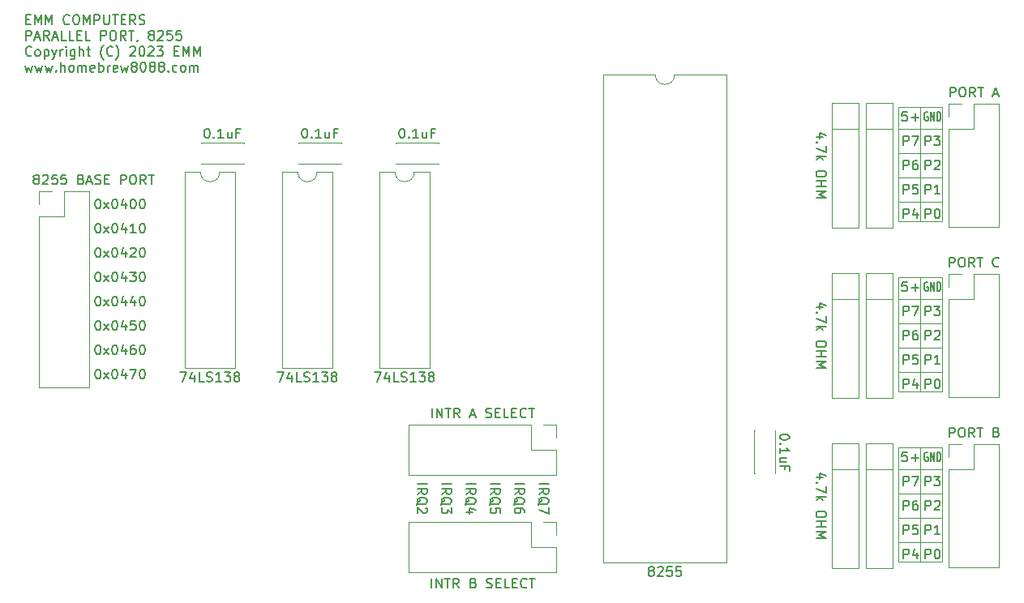
<source format=gbr>
G04 #@! TF.GenerationSoftware,KiCad,Pcbnew,(5.1.8)-1*
G04 #@! TF.CreationDate,2023-02-21T11:18:10-07:00*
G04 #@! TF.ProjectId,PPort,50506f72-742e-46b6-9963-61645f706362,rev?*
G04 #@! TF.SameCoordinates,Original*
G04 #@! TF.FileFunction,Legend,Top*
G04 #@! TF.FilePolarity,Positive*
%FSLAX46Y46*%
G04 Gerber Fmt 4.6, Leading zero omitted, Abs format (unit mm)*
G04 Created by KiCad (PCBNEW (5.1.8)-1) date 2023-02-21 11:18:10*
%MOMM*%
%LPD*%
G01*
G04 APERTURE LIST*
%ADD10C,0.120000*%
%ADD11C,0.150000*%
G04 APERTURE END LIST*
D10*
X192532000Y-88138000D02*
X187960000Y-88138000D01*
X192532000Y-83058000D02*
X187960000Y-83058000D01*
X187960000Y-92710000D02*
X192532000Y-92710000D01*
X187960000Y-80772000D02*
X187960000Y-92710000D01*
X190246000Y-80772000D02*
X190246000Y-92710000D01*
X192532000Y-90678000D02*
X187960000Y-90678000D01*
X192532000Y-92710000D02*
X192532000Y-80772000D01*
X187960000Y-85598000D02*
X192532000Y-85598000D01*
X192532000Y-80772000D02*
X187960000Y-80772000D01*
D11*
X190777904Y-84780380D02*
X190777904Y-83780380D01*
X191158857Y-83780380D01*
X191254095Y-83828000D01*
X191301714Y-83875619D01*
X191349333Y-83970857D01*
X191349333Y-84113714D01*
X191301714Y-84208952D01*
X191254095Y-84256571D01*
X191158857Y-84304190D01*
X190777904Y-84304190D01*
X191682666Y-83780380D02*
X192301714Y-83780380D01*
X191968380Y-84161333D01*
X192111238Y-84161333D01*
X192206476Y-84208952D01*
X192254095Y-84256571D01*
X192301714Y-84351809D01*
X192301714Y-84589904D01*
X192254095Y-84685142D01*
X192206476Y-84732761D01*
X192111238Y-84780380D01*
X191825523Y-84780380D01*
X191730285Y-84732761D01*
X191682666Y-84685142D01*
X188491904Y-89860380D02*
X188491904Y-88860380D01*
X188872857Y-88860380D01*
X188968095Y-88908000D01*
X189015714Y-88955619D01*
X189063333Y-89050857D01*
X189063333Y-89193714D01*
X189015714Y-89288952D01*
X188968095Y-89336571D01*
X188872857Y-89384190D01*
X188491904Y-89384190D01*
X189968095Y-88860380D02*
X189491904Y-88860380D01*
X189444285Y-89336571D01*
X189491904Y-89288952D01*
X189587142Y-89241333D01*
X189825238Y-89241333D01*
X189920476Y-89288952D01*
X189968095Y-89336571D01*
X190015714Y-89431809D01*
X190015714Y-89669904D01*
X189968095Y-89765142D01*
X189920476Y-89812761D01*
X189825238Y-89860380D01*
X189587142Y-89860380D01*
X189491904Y-89812761D01*
X189444285Y-89765142D01*
X190777904Y-92400380D02*
X190777904Y-91400380D01*
X191158857Y-91400380D01*
X191254095Y-91448000D01*
X191301714Y-91495619D01*
X191349333Y-91590857D01*
X191349333Y-91733714D01*
X191301714Y-91828952D01*
X191254095Y-91876571D01*
X191158857Y-91924190D01*
X190777904Y-91924190D01*
X191968380Y-91400380D02*
X192063619Y-91400380D01*
X192158857Y-91448000D01*
X192206476Y-91495619D01*
X192254095Y-91590857D01*
X192301714Y-91781333D01*
X192301714Y-92019428D01*
X192254095Y-92209904D01*
X192206476Y-92305142D01*
X192158857Y-92352761D01*
X192063619Y-92400380D01*
X191968380Y-92400380D01*
X191873142Y-92352761D01*
X191825523Y-92305142D01*
X191777904Y-92209904D01*
X191730285Y-92019428D01*
X191730285Y-91781333D01*
X191777904Y-91590857D01*
X191825523Y-91495619D01*
X191873142Y-91448000D01*
X191968380Y-91400380D01*
X191032190Y-81288000D02*
X190971714Y-81240380D01*
X190881000Y-81240380D01*
X190790285Y-81288000D01*
X190729809Y-81383238D01*
X190699571Y-81478476D01*
X190669333Y-81668952D01*
X190669333Y-81811809D01*
X190699571Y-82002285D01*
X190729809Y-82097523D01*
X190790285Y-82192761D01*
X190881000Y-82240380D01*
X190941476Y-82240380D01*
X191032190Y-82192761D01*
X191062428Y-82145142D01*
X191062428Y-81811809D01*
X190941476Y-81811809D01*
X191334571Y-82240380D02*
X191334571Y-81240380D01*
X191697428Y-82240380D01*
X191697428Y-81240380D01*
X191999809Y-82240380D02*
X191999809Y-81240380D01*
X192151000Y-81240380D01*
X192241714Y-81288000D01*
X192302190Y-81383238D01*
X192332428Y-81478476D01*
X192362666Y-81668952D01*
X192362666Y-81811809D01*
X192332428Y-82002285D01*
X192302190Y-82097523D01*
X192241714Y-82192761D01*
X192151000Y-82240380D01*
X191999809Y-82240380D01*
X188849047Y-81240380D02*
X188372857Y-81240380D01*
X188325238Y-81716571D01*
X188372857Y-81668952D01*
X188468095Y-81621333D01*
X188706190Y-81621333D01*
X188801428Y-81668952D01*
X188849047Y-81716571D01*
X188896666Y-81811809D01*
X188896666Y-82049904D01*
X188849047Y-82145142D01*
X188801428Y-82192761D01*
X188706190Y-82240380D01*
X188468095Y-82240380D01*
X188372857Y-82192761D01*
X188325238Y-82145142D01*
X189325238Y-81859428D02*
X190087142Y-81859428D01*
X189706190Y-82240380D02*
X189706190Y-81478476D01*
X188491904Y-84780380D02*
X188491904Y-83780380D01*
X188872857Y-83780380D01*
X188968095Y-83828000D01*
X189015714Y-83875619D01*
X189063333Y-83970857D01*
X189063333Y-84113714D01*
X189015714Y-84208952D01*
X188968095Y-84256571D01*
X188872857Y-84304190D01*
X188491904Y-84304190D01*
X189396666Y-83780380D02*
X190063333Y-83780380D01*
X189634761Y-84780380D01*
X188491904Y-87320380D02*
X188491904Y-86320380D01*
X188872857Y-86320380D01*
X188968095Y-86368000D01*
X189015714Y-86415619D01*
X189063333Y-86510857D01*
X189063333Y-86653714D01*
X189015714Y-86748952D01*
X188968095Y-86796571D01*
X188872857Y-86844190D01*
X188491904Y-86844190D01*
X189920476Y-86320380D02*
X189730000Y-86320380D01*
X189634761Y-86368000D01*
X189587142Y-86415619D01*
X189491904Y-86558476D01*
X189444285Y-86748952D01*
X189444285Y-87129904D01*
X189491904Y-87225142D01*
X189539523Y-87272761D01*
X189634761Y-87320380D01*
X189825238Y-87320380D01*
X189920476Y-87272761D01*
X189968095Y-87225142D01*
X190015714Y-87129904D01*
X190015714Y-86891809D01*
X189968095Y-86796571D01*
X189920476Y-86748952D01*
X189825238Y-86701333D01*
X189634761Y-86701333D01*
X189539523Y-86748952D01*
X189491904Y-86796571D01*
X189444285Y-86891809D01*
X190777904Y-89860380D02*
X190777904Y-88860380D01*
X191158857Y-88860380D01*
X191254095Y-88908000D01*
X191301714Y-88955619D01*
X191349333Y-89050857D01*
X191349333Y-89193714D01*
X191301714Y-89288952D01*
X191254095Y-89336571D01*
X191158857Y-89384190D01*
X190777904Y-89384190D01*
X192301714Y-89860380D02*
X191730285Y-89860380D01*
X192016000Y-89860380D02*
X192016000Y-88860380D01*
X191920761Y-89003238D01*
X191825523Y-89098476D01*
X191730285Y-89146095D01*
X190777904Y-87320380D02*
X190777904Y-86320380D01*
X191158857Y-86320380D01*
X191254095Y-86368000D01*
X191301714Y-86415619D01*
X191349333Y-86510857D01*
X191349333Y-86653714D01*
X191301714Y-86748952D01*
X191254095Y-86796571D01*
X191158857Y-86844190D01*
X190777904Y-86844190D01*
X191730285Y-86415619D02*
X191777904Y-86368000D01*
X191873142Y-86320380D01*
X192111238Y-86320380D01*
X192206476Y-86368000D01*
X192254095Y-86415619D01*
X192301714Y-86510857D01*
X192301714Y-86606095D01*
X192254095Y-86748952D01*
X191682666Y-87320380D01*
X192301714Y-87320380D01*
X188491904Y-92400380D02*
X188491904Y-91400380D01*
X188872857Y-91400380D01*
X188968095Y-91448000D01*
X189015714Y-91495619D01*
X189063333Y-91590857D01*
X189063333Y-91733714D01*
X189015714Y-91828952D01*
X188968095Y-91876571D01*
X188872857Y-91924190D01*
X188491904Y-91924190D01*
X189920476Y-91733714D02*
X189920476Y-92400380D01*
X189682380Y-91352761D02*
X189444285Y-92067047D01*
X190063333Y-92067047D01*
D10*
X192532000Y-105918000D02*
X187960000Y-105918000D01*
X192532000Y-100838000D02*
X187960000Y-100838000D01*
X187960000Y-110490000D02*
X192532000Y-110490000D01*
X187960000Y-98552000D02*
X187960000Y-110490000D01*
X190246000Y-98552000D02*
X190246000Y-110490000D01*
X192532000Y-108458000D02*
X187960000Y-108458000D01*
X192532000Y-110490000D02*
X192532000Y-98552000D01*
X187960000Y-103378000D02*
X192532000Y-103378000D01*
X192532000Y-98552000D02*
X187960000Y-98552000D01*
D11*
X190777904Y-102560380D02*
X190777904Y-101560380D01*
X191158857Y-101560380D01*
X191254095Y-101608000D01*
X191301714Y-101655619D01*
X191349333Y-101750857D01*
X191349333Y-101893714D01*
X191301714Y-101988952D01*
X191254095Y-102036571D01*
X191158857Y-102084190D01*
X190777904Y-102084190D01*
X191682666Y-101560380D02*
X192301714Y-101560380D01*
X191968380Y-101941333D01*
X192111238Y-101941333D01*
X192206476Y-101988952D01*
X192254095Y-102036571D01*
X192301714Y-102131809D01*
X192301714Y-102369904D01*
X192254095Y-102465142D01*
X192206476Y-102512761D01*
X192111238Y-102560380D01*
X191825523Y-102560380D01*
X191730285Y-102512761D01*
X191682666Y-102465142D01*
X188491904Y-107640380D02*
X188491904Y-106640380D01*
X188872857Y-106640380D01*
X188968095Y-106688000D01*
X189015714Y-106735619D01*
X189063333Y-106830857D01*
X189063333Y-106973714D01*
X189015714Y-107068952D01*
X188968095Y-107116571D01*
X188872857Y-107164190D01*
X188491904Y-107164190D01*
X189968095Y-106640380D02*
X189491904Y-106640380D01*
X189444285Y-107116571D01*
X189491904Y-107068952D01*
X189587142Y-107021333D01*
X189825238Y-107021333D01*
X189920476Y-107068952D01*
X189968095Y-107116571D01*
X190015714Y-107211809D01*
X190015714Y-107449904D01*
X189968095Y-107545142D01*
X189920476Y-107592761D01*
X189825238Y-107640380D01*
X189587142Y-107640380D01*
X189491904Y-107592761D01*
X189444285Y-107545142D01*
X190777904Y-110180380D02*
X190777904Y-109180380D01*
X191158857Y-109180380D01*
X191254095Y-109228000D01*
X191301714Y-109275619D01*
X191349333Y-109370857D01*
X191349333Y-109513714D01*
X191301714Y-109608952D01*
X191254095Y-109656571D01*
X191158857Y-109704190D01*
X190777904Y-109704190D01*
X191968380Y-109180380D02*
X192063619Y-109180380D01*
X192158857Y-109228000D01*
X192206476Y-109275619D01*
X192254095Y-109370857D01*
X192301714Y-109561333D01*
X192301714Y-109799428D01*
X192254095Y-109989904D01*
X192206476Y-110085142D01*
X192158857Y-110132761D01*
X192063619Y-110180380D01*
X191968380Y-110180380D01*
X191873142Y-110132761D01*
X191825523Y-110085142D01*
X191777904Y-109989904D01*
X191730285Y-109799428D01*
X191730285Y-109561333D01*
X191777904Y-109370857D01*
X191825523Y-109275619D01*
X191873142Y-109228000D01*
X191968380Y-109180380D01*
X191032190Y-99068000D02*
X190971714Y-99020380D01*
X190881000Y-99020380D01*
X190790285Y-99068000D01*
X190729809Y-99163238D01*
X190699571Y-99258476D01*
X190669333Y-99448952D01*
X190669333Y-99591809D01*
X190699571Y-99782285D01*
X190729809Y-99877523D01*
X190790285Y-99972761D01*
X190881000Y-100020380D01*
X190941476Y-100020380D01*
X191032190Y-99972761D01*
X191062428Y-99925142D01*
X191062428Y-99591809D01*
X190941476Y-99591809D01*
X191334571Y-100020380D02*
X191334571Y-99020380D01*
X191697428Y-100020380D01*
X191697428Y-99020380D01*
X191999809Y-100020380D02*
X191999809Y-99020380D01*
X192151000Y-99020380D01*
X192241714Y-99068000D01*
X192302190Y-99163238D01*
X192332428Y-99258476D01*
X192362666Y-99448952D01*
X192362666Y-99591809D01*
X192332428Y-99782285D01*
X192302190Y-99877523D01*
X192241714Y-99972761D01*
X192151000Y-100020380D01*
X191999809Y-100020380D01*
X188849047Y-99020380D02*
X188372857Y-99020380D01*
X188325238Y-99496571D01*
X188372857Y-99448952D01*
X188468095Y-99401333D01*
X188706190Y-99401333D01*
X188801428Y-99448952D01*
X188849047Y-99496571D01*
X188896666Y-99591809D01*
X188896666Y-99829904D01*
X188849047Y-99925142D01*
X188801428Y-99972761D01*
X188706190Y-100020380D01*
X188468095Y-100020380D01*
X188372857Y-99972761D01*
X188325238Y-99925142D01*
X189325238Y-99639428D02*
X190087142Y-99639428D01*
X189706190Y-100020380D02*
X189706190Y-99258476D01*
X188491904Y-102560380D02*
X188491904Y-101560380D01*
X188872857Y-101560380D01*
X188968095Y-101608000D01*
X189015714Y-101655619D01*
X189063333Y-101750857D01*
X189063333Y-101893714D01*
X189015714Y-101988952D01*
X188968095Y-102036571D01*
X188872857Y-102084190D01*
X188491904Y-102084190D01*
X189396666Y-101560380D02*
X190063333Y-101560380D01*
X189634761Y-102560380D01*
X188491904Y-105100380D02*
X188491904Y-104100380D01*
X188872857Y-104100380D01*
X188968095Y-104148000D01*
X189015714Y-104195619D01*
X189063333Y-104290857D01*
X189063333Y-104433714D01*
X189015714Y-104528952D01*
X188968095Y-104576571D01*
X188872857Y-104624190D01*
X188491904Y-104624190D01*
X189920476Y-104100380D02*
X189730000Y-104100380D01*
X189634761Y-104148000D01*
X189587142Y-104195619D01*
X189491904Y-104338476D01*
X189444285Y-104528952D01*
X189444285Y-104909904D01*
X189491904Y-105005142D01*
X189539523Y-105052761D01*
X189634761Y-105100380D01*
X189825238Y-105100380D01*
X189920476Y-105052761D01*
X189968095Y-105005142D01*
X190015714Y-104909904D01*
X190015714Y-104671809D01*
X189968095Y-104576571D01*
X189920476Y-104528952D01*
X189825238Y-104481333D01*
X189634761Y-104481333D01*
X189539523Y-104528952D01*
X189491904Y-104576571D01*
X189444285Y-104671809D01*
X190777904Y-107640380D02*
X190777904Y-106640380D01*
X191158857Y-106640380D01*
X191254095Y-106688000D01*
X191301714Y-106735619D01*
X191349333Y-106830857D01*
X191349333Y-106973714D01*
X191301714Y-107068952D01*
X191254095Y-107116571D01*
X191158857Y-107164190D01*
X190777904Y-107164190D01*
X192301714Y-107640380D02*
X191730285Y-107640380D01*
X192016000Y-107640380D02*
X192016000Y-106640380D01*
X191920761Y-106783238D01*
X191825523Y-106878476D01*
X191730285Y-106926095D01*
X190777904Y-105100380D02*
X190777904Y-104100380D01*
X191158857Y-104100380D01*
X191254095Y-104148000D01*
X191301714Y-104195619D01*
X191349333Y-104290857D01*
X191349333Y-104433714D01*
X191301714Y-104528952D01*
X191254095Y-104576571D01*
X191158857Y-104624190D01*
X190777904Y-104624190D01*
X191730285Y-104195619D02*
X191777904Y-104148000D01*
X191873142Y-104100380D01*
X192111238Y-104100380D01*
X192206476Y-104148000D01*
X192254095Y-104195619D01*
X192301714Y-104290857D01*
X192301714Y-104386095D01*
X192254095Y-104528952D01*
X191682666Y-105100380D01*
X192301714Y-105100380D01*
X188491904Y-110180380D02*
X188491904Y-109180380D01*
X188872857Y-109180380D01*
X188968095Y-109228000D01*
X189015714Y-109275619D01*
X189063333Y-109370857D01*
X189063333Y-109513714D01*
X189015714Y-109608952D01*
X188968095Y-109656571D01*
X188872857Y-109704190D01*
X188491904Y-109704190D01*
X189920476Y-109513714D02*
X189920476Y-110180380D01*
X189682380Y-109132761D02*
X189444285Y-109847047D01*
X190063333Y-109847047D01*
D10*
X192532000Y-126238000D02*
X187960000Y-126238000D01*
X192532000Y-123698000D02*
X187960000Y-123698000D01*
X187960000Y-121158000D02*
X192532000Y-121158000D01*
X192532000Y-118618000D02*
X187960000Y-118618000D01*
X192532000Y-116332000D02*
X187960000Y-116332000D01*
X187960000Y-128270000D02*
X192532000Y-128270000D01*
X187960000Y-116332000D02*
X187960000Y-128270000D01*
X192532000Y-128270000D02*
X192532000Y-116332000D01*
X190246000Y-116332000D02*
X190246000Y-128270000D01*
D11*
X191032190Y-116848000D02*
X190971714Y-116800380D01*
X190881000Y-116800380D01*
X190790285Y-116848000D01*
X190729809Y-116943238D01*
X190699571Y-117038476D01*
X190669333Y-117228952D01*
X190669333Y-117371809D01*
X190699571Y-117562285D01*
X190729809Y-117657523D01*
X190790285Y-117752761D01*
X190881000Y-117800380D01*
X190941476Y-117800380D01*
X191032190Y-117752761D01*
X191062428Y-117705142D01*
X191062428Y-117371809D01*
X190941476Y-117371809D01*
X191334571Y-117800380D02*
X191334571Y-116800380D01*
X191697428Y-117800380D01*
X191697428Y-116800380D01*
X191999809Y-117800380D02*
X191999809Y-116800380D01*
X192151000Y-116800380D01*
X192241714Y-116848000D01*
X192302190Y-116943238D01*
X192332428Y-117038476D01*
X192362666Y-117228952D01*
X192362666Y-117371809D01*
X192332428Y-117562285D01*
X192302190Y-117657523D01*
X192241714Y-117752761D01*
X192151000Y-117800380D01*
X191999809Y-117800380D01*
X188849047Y-116800380D02*
X188372857Y-116800380D01*
X188325238Y-117276571D01*
X188372857Y-117228952D01*
X188468095Y-117181333D01*
X188706190Y-117181333D01*
X188801428Y-117228952D01*
X188849047Y-117276571D01*
X188896666Y-117371809D01*
X188896666Y-117609904D01*
X188849047Y-117705142D01*
X188801428Y-117752761D01*
X188706190Y-117800380D01*
X188468095Y-117800380D01*
X188372857Y-117752761D01*
X188325238Y-117705142D01*
X189325238Y-117419428D02*
X190087142Y-117419428D01*
X189706190Y-117800380D02*
X189706190Y-117038476D01*
X190777904Y-120340380D02*
X190777904Y-119340380D01*
X191158857Y-119340380D01*
X191254095Y-119388000D01*
X191301714Y-119435619D01*
X191349333Y-119530857D01*
X191349333Y-119673714D01*
X191301714Y-119768952D01*
X191254095Y-119816571D01*
X191158857Y-119864190D01*
X190777904Y-119864190D01*
X191682666Y-119340380D02*
X192301714Y-119340380D01*
X191968380Y-119721333D01*
X192111238Y-119721333D01*
X192206476Y-119768952D01*
X192254095Y-119816571D01*
X192301714Y-119911809D01*
X192301714Y-120149904D01*
X192254095Y-120245142D01*
X192206476Y-120292761D01*
X192111238Y-120340380D01*
X191825523Y-120340380D01*
X191730285Y-120292761D01*
X191682666Y-120245142D01*
X188491904Y-120340380D02*
X188491904Y-119340380D01*
X188872857Y-119340380D01*
X188968095Y-119388000D01*
X189015714Y-119435619D01*
X189063333Y-119530857D01*
X189063333Y-119673714D01*
X189015714Y-119768952D01*
X188968095Y-119816571D01*
X188872857Y-119864190D01*
X188491904Y-119864190D01*
X189396666Y-119340380D02*
X190063333Y-119340380D01*
X189634761Y-120340380D01*
X188491904Y-122880380D02*
X188491904Y-121880380D01*
X188872857Y-121880380D01*
X188968095Y-121928000D01*
X189015714Y-121975619D01*
X189063333Y-122070857D01*
X189063333Y-122213714D01*
X189015714Y-122308952D01*
X188968095Y-122356571D01*
X188872857Y-122404190D01*
X188491904Y-122404190D01*
X189920476Y-121880380D02*
X189730000Y-121880380D01*
X189634761Y-121928000D01*
X189587142Y-121975619D01*
X189491904Y-122118476D01*
X189444285Y-122308952D01*
X189444285Y-122689904D01*
X189491904Y-122785142D01*
X189539523Y-122832761D01*
X189634761Y-122880380D01*
X189825238Y-122880380D01*
X189920476Y-122832761D01*
X189968095Y-122785142D01*
X190015714Y-122689904D01*
X190015714Y-122451809D01*
X189968095Y-122356571D01*
X189920476Y-122308952D01*
X189825238Y-122261333D01*
X189634761Y-122261333D01*
X189539523Y-122308952D01*
X189491904Y-122356571D01*
X189444285Y-122451809D01*
X188491904Y-125420380D02*
X188491904Y-124420380D01*
X188872857Y-124420380D01*
X188968095Y-124468000D01*
X189015714Y-124515619D01*
X189063333Y-124610857D01*
X189063333Y-124753714D01*
X189015714Y-124848952D01*
X188968095Y-124896571D01*
X188872857Y-124944190D01*
X188491904Y-124944190D01*
X189968095Y-124420380D02*
X189491904Y-124420380D01*
X189444285Y-124896571D01*
X189491904Y-124848952D01*
X189587142Y-124801333D01*
X189825238Y-124801333D01*
X189920476Y-124848952D01*
X189968095Y-124896571D01*
X190015714Y-124991809D01*
X190015714Y-125229904D01*
X189968095Y-125325142D01*
X189920476Y-125372761D01*
X189825238Y-125420380D01*
X189587142Y-125420380D01*
X189491904Y-125372761D01*
X189444285Y-125325142D01*
X188491904Y-127960380D02*
X188491904Y-126960380D01*
X188872857Y-126960380D01*
X188968095Y-127008000D01*
X189015714Y-127055619D01*
X189063333Y-127150857D01*
X189063333Y-127293714D01*
X189015714Y-127388952D01*
X188968095Y-127436571D01*
X188872857Y-127484190D01*
X188491904Y-127484190D01*
X189920476Y-127293714D02*
X189920476Y-127960380D01*
X189682380Y-126912761D02*
X189444285Y-127627047D01*
X190063333Y-127627047D01*
X190777904Y-127960380D02*
X190777904Y-126960380D01*
X191158857Y-126960380D01*
X191254095Y-127008000D01*
X191301714Y-127055619D01*
X191349333Y-127150857D01*
X191349333Y-127293714D01*
X191301714Y-127388952D01*
X191254095Y-127436571D01*
X191158857Y-127484190D01*
X190777904Y-127484190D01*
X191968380Y-126960380D02*
X192063619Y-126960380D01*
X192158857Y-127008000D01*
X192206476Y-127055619D01*
X192254095Y-127150857D01*
X192301714Y-127341333D01*
X192301714Y-127579428D01*
X192254095Y-127769904D01*
X192206476Y-127865142D01*
X192158857Y-127912761D01*
X192063619Y-127960380D01*
X191968380Y-127960380D01*
X191873142Y-127912761D01*
X191825523Y-127865142D01*
X191777904Y-127769904D01*
X191730285Y-127579428D01*
X191730285Y-127341333D01*
X191777904Y-127150857D01*
X191825523Y-127055619D01*
X191873142Y-127008000D01*
X191968380Y-126960380D01*
X190777904Y-125420380D02*
X190777904Y-124420380D01*
X191158857Y-124420380D01*
X191254095Y-124468000D01*
X191301714Y-124515619D01*
X191349333Y-124610857D01*
X191349333Y-124753714D01*
X191301714Y-124848952D01*
X191254095Y-124896571D01*
X191158857Y-124944190D01*
X190777904Y-124944190D01*
X192301714Y-125420380D02*
X191730285Y-125420380D01*
X192016000Y-125420380D02*
X192016000Y-124420380D01*
X191920761Y-124563238D01*
X191825523Y-124658476D01*
X191730285Y-124706095D01*
X190777904Y-122880380D02*
X190777904Y-121880380D01*
X191158857Y-121880380D01*
X191254095Y-121928000D01*
X191301714Y-121975619D01*
X191349333Y-122070857D01*
X191349333Y-122213714D01*
X191301714Y-122308952D01*
X191254095Y-122356571D01*
X191158857Y-122404190D01*
X190777904Y-122404190D01*
X191730285Y-121975619D02*
X191777904Y-121928000D01*
X191873142Y-121880380D01*
X192111238Y-121880380D01*
X192206476Y-121928000D01*
X192254095Y-121975619D01*
X192301714Y-122070857D01*
X192301714Y-122166095D01*
X192254095Y-122308952D01*
X191682666Y-122880380D01*
X192301714Y-122880380D01*
X96855595Y-71621571D02*
X97188928Y-71621571D01*
X97331785Y-72145380D02*
X96855595Y-72145380D01*
X96855595Y-71145380D01*
X97331785Y-71145380D01*
X97760357Y-72145380D02*
X97760357Y-71145380D01*
X98093690Y-71859666D01*
X98427023Y-71145380D01*
X98427023Y-72145380D01*
X98903214Y-72145380D02*
X98903214Y-71145380D01*
X99236547Y-71859666D01*
X99569880Y-71145380D01*
X99569880Y-72145380D01*
X101379404Y-72050142D02*
X101331785Y-72097761D01*
X101188928Y-72145380D01*
X101093690Y-72145380D01*
X100950833Y-72097761D01*
X100855595Y-72002523D01*
X100807976Y-71907285D01*
X100760357Y-71716809D01*
X100760357Y-71573952D01*
X100807976Y-71383476D01*
X100855595Y-71288238D01*
X100950833Y-71193000D01*
X101093690Y-71145380D01*
X101188928Y-71145380D01*
X101331785Y-71193000D01*
X101379404Y-71240619D01*
X101998452Y-71145380D02*
X102188928Y-71145380D01*
X102284166Y-71193000D01*
X102379404Y-71288238D01*
X102427023Y-71478714D01*
X102427023Y-71812047D01*
X102379404Y-72002523D01*
X102284166Y-72097761D01*
X102188928Y-72145380D01*
X101998452Y-72145380D01*
X101903214Y-72097761D01*
X101807976Y-72002523D01*
X101760357Y-71812047D01*
X101760357Y-71478714D01*
X101807976Y-71288238D01*
X101903214Y-71193000D01*
X101998452Y-71145380D01*
X102855595Y-72145380D02*
X102855595Y-71145380D01*
X103188928Y-71859666D01*
X103522261Y-71145380D01*
X103522261Y-72145380D01*
X103998452Y-72145380D02*
X103998452Y-71145380D01*
X104379404Y-71145380D01*
X104474642Y-71193000D01*
X104522261Y-71240619D01*
X104569880Y-71335857D01*
X104569880Y-71478714D01*
X104522261Y-71573952D01*
X104474642Y-71621571D01*
X104379404Y-71669190D01*
X103998452Y-71669190D01*
X104998452Y-71145380D02*
X104998452Y-71954904D01*
X105046071Y-72050142D01*
X105093690Y-72097761D01*
X105188928Y-72145380D01*
X105379404Y-72145380D01*
X105474642Y-72097761D01*
X105522261Y-72050142D01*
X105569880Y-71954904D01*
X105569880Y-71145380D01*
X105903214Y-71145380D02*
X106474642Y-71145380D01*
X106188928Y-72145380D02*
X106188928Y-71145380D01*
X106807976Y-71621571D02*
X107141309Y-71621571D01*
X107284166Y-72145380D02*
X106807976Y-72145380D01*
X106807976Y-71145380D01*
X107284166Y-71145380D01*
X108284166Y-72145380D02*
X107950833Y-71669190D01*
X107712738Y-72145380D02*
X107712738Y-71145380D01*
X108093690Y-71145380D01*
X108188928Y-71193000D01*
X108236547Y-71240619D01*
X108284166Y-71335857D01*
X108284166Y-71478714D01*
X108236547Y-71573952D01*
X108188928Y-71621571D01*
X108093690Y-71669190D01*
X107712738Y-71669190D01*
X108665119Y-72097761D02*
X108807976Y-72145380D01*
X109046071Y-72145380D01*
X109141309Y-72097761D01*
X109188928Y-72050142D01*
X109236547Y-71954904D01*
X109236547Y-71859666D01*
X109188928Y-71764428D01*
X109141309Y-71716809D01*
X109046071Y-71669190D01*
X108855595Y-71621571D01*
X108760357Y-71573952D01*
X108712738Y-71526333D01*
X108665119Y-71431095D01*
X108665119Y-71335857D01*
X108712738Y-71240619D01*
X108760357Y-71193000D01*
X108855595Y-71145380D01*
X109093690Y-71145380D01*
X109236547Y-71193000D01*
X96855595Y-73795380D02*
X96855595Y-72795380D01*
X97236547Y-72795380D01*
X97331785Y-72843000D01*
X97379404Y-72890619D01*
X97427023Y-72985857D01*
X97427023Y-73128714D01*
X97379404Y-73223952D01*
X97331785Y-73271571D01*
X97236547Y-73319190D01*
X96855595Y-73319190D01*
X97807976Y-73509666D02*
X98284166Y-73509666D01*
X97712738Y-73795380D02*
X98046071Y-72795380D01*
X98379404Y-73795380D01*
X99284166Y-73795380D02*
X98950833Y-73319190D01*
X98712738Y-73795380D02*
X98712738Y-72795380D01*
X99093690Y-72795380D01*
X99188928Y-72843000D01*
X99236547Y-72890619D01*
X99284166Y-72985857D01*
X99284166Y-73128714D01*
X99236547Y-73223952D01*
X99188928Y-73271571D01*
X99093690Y-73319190D01*
X98712738Y-73319190D01*
X99665119Y-73509666D02*
X100141309Y-73509666D01*
X99569880Y-73795380D02*
X99903214Y-72795380D01*
X100236547Y-73795380D01*
X101046071Y-73795380D02*
X100569880Y-73795380D01*
X100569880Y-72795380D01*
X101855595Y-73795380D02*
X101379404Y-73795380D01*
X101379404Y-72795380D01*
X102188928Y-73271571D02*
X102522261Y-73271571D01*
X102665119Y-73795380D02*
X102188928Y-73795380D01*
X102188928Y-72795380D01*
X102665119Y-72795380D01*
X103569880Y-73795380D02*
X103093690Y-73795380D01*
X103093690Y-72795380D01*
X104665119Y-73795380D02*
X104665119Y-72795380D01*
X105046071Y-72795380D01*
X105141309Y-72843000D01*
X105188928Y-72890619D01*
X105236547Y-72985857D01*
X105236547Y-73128714D01*
X105188928Y-73223952D01*
X105141309Y-73271571D01*
X105046071Y-73319190D01*
X104665119Y-73319190D01*
X105855595Y-72795380D02*
X106046071Y-72795380D01*
X106141309Y-72843000D01*
X106236547Y-72938238D01*
X106284166Y-73128714D01*
X106284166Y-73462047D01*
X106236547Y-73652523D01*
X106141309Y-73747761D01*
X106046071Y-73795380D01*
X105855595Y-73795380D01*
X105760357Y-73747761D01*
X105665119Y-73652523D01*
X105617500Y-73462047D01*
X105617500Y-73128714D01*
X105665119Y-72938238D01*
X105760357Y-72843000D01*
X105855595Y-72795380D01*
X107284166Y-73795380D02*
X106950833Y-73319190D01*
X106712738Y-73795380D02*
X106712738Y-72795380D01*
X107093690Y-72795380D01*
X107188928Y-72843000D01*
X107236547Y-72890619D01*
X107284166Y-72985857D01*
X107284166Y-73128714D01*
X107236547Y-73223952D01*
X107188928Y-73271571D01*
X107093690Y-73319190D01*
X106712738Y-73319190D01*
X107569880Y-72795380D02*
X108141309Y-72795380D01*
X107855595Y-73795380D02*
X107855595Y-72795380D01*
X108522261Y-73747761D02*
X108522261Y-73795380D01*
X108474642Y-73890619D01*
X108427023Y-73938238D01*
X109855595Y-73223952D02*
X109760357Y-73176333D01*
X109712738Y-73128714D01*
X109665119Y-73033476D01*
X109665119Y-72985857D01*
X109712738Y-72890619D01*
X109760357Y-72843000D01*
X109855595Y-72795380D01*
X110046071Y-72795380D01*
X110141309Y-72843000D01*
X110188928Y-72890619D01*
X110236547Y-72985857D01*
X110236547Y-73033476D01*
X110188928Y-73128714D01*
X110141309Y-73176333D01*
X110046071Y-73223952D01*
X109855595Y-73223952D01*
X109760357Y-73271571D01*
X109712738Y-73319190D01*
X109665119Y-73414428D01*
X109665119Y-73604904D01*
X109712738Y-73700142D01*
X109760357Y-73747761D01*
X109855595Y-73795380D01*
X110046071Y-73795380D01*
X110141309Y-73747761D01*
X110188928Y-73700142D01*
X110236547Y-73604904D01*
X110236547Y-73414428D01*
X110188928Y-73319190D01*
X110141309Y-73271571D01*
X110046071Y-73223952D01*
X110617500Y-72890619D02*
X110665119Y-72843000D01*
X110760357Y-72795380D01*
X110998452Y-72795380D01*
X111093690Y-72843000D01*
X111141309Y-72890619D01*
X111188928Y-72985857D01*
X111188928Y-73081095D01*
X111141309Y-73223952D01*
X110569880Y-73795380D01*
X111188928Y-73795380D01*
X112093690Y-72795380D02*
X111617500Y-72795380D01*
X111569880Y-73271571D01*
X111617500Y-73223952D01*
X111712738Y-73176333D01*
X111950833Y-73176333D01*
X112046071Y-73223952D01*
X112093690Y-73271571D01*
X112141309Y-73366809D01*
X112141309Y-73604904D01*
X112093690Y-73700142D01*
X112046071Y-73747761D01*
X111950833Y-73795380D01*
X111712738Y-73795380D01*
X111617500Y-73747761D01*
X111569880Y-73700142D01*
X113046071Y-72795380D02*
X112569880Y-72795380D01*
X112522261Y-73271571D01*
X112569880Y-73223952D01*
X112665119Y-73176333D01*
X112903214Y-73176333D01*
X112998452Y-73223952D01*
X113046071Y-73271571D01*
X113093690Y-73366809D01*
X113093690Y-73604904D01*
X113046071Y-73700142D01*
X112998452Y-73747761D01*
X112903214Y-73795380D01*
X112665119Y-73795380D01*
X112569880Y-73747761D01*
X112522261Y-73700142D01*
X97427023Y-75350142D02*
X97379404Y-75397761D01*
X97236547Y-75445380D01*
X97141309Y-75445380D01*
X96998452Y-75397761D01*
X96903214Y-75302523D01*
X96855595Y-75207285D01*
X96807976Y-75016809D01*
X96807976Y-74873952D01*
X96855595Y-74683476D01*
X96903214Y-74588238D01*
X96998452Y-74493000D01*
X97141309Y-74445380D01*
X97236547Y-74445380D01*
X97379404Y-74493000D01*
X97427023Y-74540619D01*
X97998452Y-75445380D02*
X97903214Y-75397761D01*
X97855595Y-75350142D01*
X97807976Y-75254904D01*
X97807976Y-74969190D01*
X97855595Y-74873952D01*
X97903214Y-74826333D01*
X97998452Y-74778714D01*
X98141309Y-74778714D01*
X98236547Y-74826333D01*
X98284166Y-74873952D01*
X98331785Y-74969190D01*
X98331785Y-75254904D01*
X98284166Y-75350142D01*
X98236547Y-75397761D01*
X98141309Y-75445380D01*
X97998452Y-75445380D01*
X98760357Y-74778714D02*
X98760357Y-75778714D01*
X98760357Y-74826333D02*
X98855595Y-74778714D01*
X99046071Y-74778714D01*
X99141309Y-74826333D01*
X99188928Y-74873952D01*
X99236547Y-74969190D01*
X99236547Y-75254904D01*
X99188928Y-75350142D01*
X99141309Y-75397761D01*
X99046071Y-75445380D01*
X98855595Y-75445380D01*
X98760357Y-75397761D01*
X99569880Y-74778714D02*
X99807976Y-75445380D01*
X100046071Y-74778714D02*
X99807976Y-75445380D01*
X99712738Y-75683476D01*
X99665119Y-75731095D01*
X99569880Y-75778714D01*
X100427023Y-75445380D02*
X100427023Y-74778714D01*
X100427023Y-74969190D02*
X100474642Y-74873952D01*
X100522261Y-74826333D01*
X100617500Y-74778714D01*
X100712738Y-74778714D01*
X101046071Y-75445380D02*
X101046071Y-74778714D01*
X101046071Y-74445380D02*
X100998452Y-74493000D01*
X101046071Y-74540619D01*
X101093690Y-74493000D01*
X101046071Y-74445380D01*
X101046071Y-74540619D01*
X101950833Y-74778714D02*
X101950833Y-75588238D01*
X101903214Y-75683476D01*
X101855595Y-75731095D01*
X101760357Y-75778714D01*
X101617500Y-75778714D01*
X101522261Y-75731095D01*
X101950833Y-75397761D02*
X101855595Y-75445380D01*
X101665119Y-75445380D01*
X101569880Y-75397761D01*
X101522261Y-75350142D01*
X101474642Y-75254904D01*
X101474642Y-74969190D01*
X101522261Y-74873952D01*
X101569880Y-74826333D01*
X101665119Y-74778714D01*
X101855595Y-74778714D01*
X101950833Y-74826333D01*
X102427023Y-75445380D02*
X102427023Y-74445380D01*
X102855595Y-75445380D02*
X102855595Y-74921571D01*
X102807976Y-74826333D01*
X102712738Y-74778714D01*
X102569880Y-74778714D01*
X102474642Y-74826333D01*
X102427023Y-74873952D01*
X103188928Y-74778714D02*
X103569880Y-74778714D01*
X103331785Y-74445380D02*
X103331785Y-75302523D01*
X103379404Y-75397761D01*
X103474642Y-75445380D01*
X103569880Y-75445380D01*
X104950833Y-75826333D02*
X104903214Y-75778714D01*
X104807976Y-75635857D01*
X104760357Y-75540619D01*
X104712738Y-75397761D01*
X104665119Y-75159666D01*
X104665119Y-74969190D01*
X104712738Y-74731095D01*
X104760357Y-74588238D01*
X104807976Y-74493000D01*
X104903214Y-74350142D01*
X104950833Y-74302523D01*
X105903214Y-75350142D02*
X105855595Y-75397761D01*
X105712738Y-75445380D01*
X105617500Y-75445380D01*
X105474642Y-75397761D01*
X105379404Y-75302523D01*
X105331785Y-75207285D01*
X105284166Y-75016809D01*
X105284166Y-74873952D01*
X105331785Y-74683476D01*
X105379404Y-74588238D01*
X105474642Y-74493000D01*
X105617500Y-74445380D01*
X105712738Y-74445380D01*
X105855595Y-74493000D01*
X105903214Y-74540619D01*
X106236547Y-75826333D02*
X106284166Y-75778714D01*
X106379404Y-75635857D01*
X106427023Y-75540619D01*
X106474642Y-75397761D01*
X106522261Y-75159666D01*
X106522261Y-74969190D01*
X106474642Y-74731095D01*
X106427023Y-74588238D01*
X106379404Y-74493000D01*
X106284166Y-74350142D01*
X106236547Y-74302523D01*
X107712738Y-74540619D02*
X107760357Y-74493000D01*
X107855595Y-74445380D01*
X108093690Y-74445380D01*
X108188928Y-74493000D01*
X108236547Y-74540619D01*
X108284166Y-74635857D01*
X108284166Y-74731095D01*
X108236547Y-74873952D01*
X107665119Y-75445380D01*
X108284166Y-75445380D01*
X108903214Y-74445380D02*
X108998452Y-74445380D01*
X109093690Y-74493000D01*
X109141309Y-74540619D01*
X109188928Y-74635857D01*
X109236547Y-74826333D01*
X109236547Y-75064428D01*
X109188928Y-75254904D01*
X109141309Y-75350142D01*
X109093690Y-75397761D01*
X108998452Y-75445380D01*
X108903214Y-75445380D01*
X108807976Y-75397761D01*
X108760357Y-75350142D01*
X108712738Y-75254904D01*
X108665119Y-75064428D01*
X108665119Y-74826333D01*
X108712738Y-74635857D01*
X108760357Y-74540619D01*
X108807976Y-74493000D01*
X108903214Y-74445380D01*
X109617500Y-74540619D02*
X109665119Y-74493000D01*
X109760357Y-74445380D01*
X109998452Y-74445380D01*
X110093690Y-74493000D01*
X110141309Y-74540619D01*
X110188928Y-74635857D01*
X110188928Y-74731095D01*
X110141309Y-74873952D01*
X109569880Y-75445380D01*
X110188928Y-75445380D01*
X110522261Y-74445380D02*
X111141309Y-74445380D01*
X110807976Y-74826333D01*
X110950833Y-74826333D01*
X111046071Y-74873952D01*
X111093690Y-74921571D01*
X111141309Y-75016809D01*
X111141309Y-75254904D01*
X111093690Y-75350142D01*
X111046071Y-75397761D01*
X110950833Y-75445380D01*
X110665119Y-75445380D01*
X110569880Y-75397761D01*
X110522261Y-75350142D01*
X112331785Y-74921571D02*
X112665119Y-74921571D01*
X112807976Y-75445380D02*
X112331785Y-75445380D01*
X112331785Y-74445380D01*
X112807976Y-74445380D01*
X113236547Y-75445380D02*
X113236547Y-74445380D01*
X113569880Y-75159666D01*
X113903214Y-74445380D01*
X113903214Y-75445380D01*
X114379404Y-75445380D02*
X114379404Y-74445380D01*
X114712738Y-75159666D01*
X115046071Y-74445380D01*
X115046071Y-75445380D01*
X96760357Y-76428714D02*
X96950833Y-77095380D01*
X97141309Y-76619190D01*
X97331785Y-77095380D01*
X97522261Y-76428714D01*
X97807976Y-76428714D02*
X97998452Y-77095380D01*
X98188928Y-76619190D01*
X98379404Y-77095380D01*
X98569880Y-76428714D01*
X98855595Y-76428714D02*
X99046071Y-77095380D01*
X99236547Y-76619190D01*
X99427023Y-77095380D01*
X99617500Y-76428714D01*
X99998452Y-77000142D02*
X100046071Y-77047761D01*
X99998452Y-77095380D01*
X99950833Y-77047761D01*
X99998452Y-77000142D01*
X99998452Y-77095380D01*
X100474642Y-77095380D02*
X100474642Y-76095380D01*
X100903214Y-77095380D02*
X100903214Y-76571571D01*
X100855595Y-76476333D01*
X100760357Y-76428714D01*
X100617500Y-76428714D01*
X100522261Y-76476333D01*
X100474642Y-76523952D01*
X101522261Y-77095380D02*
X101427023Y-77047761D01*
X101379404Y-77000142D01*
X101331785Y-76904904D01*
X101331785Y-76619190D01*
X101379404Y-76523952D01*
X101427023Y-76476333D01*
X101522261Y-76428714D01*
X101665119Y-76428714D01*
X101760357Y-76476333D01*
X101807976Y-76523952D01*
X101855595Y-76619190D01*
X101855595Y-76904904D01*
X101807976Y-77000142D01*
X101760357Y-77047761D01*
X101665119Y-77095380D01*
X101522261Y-77095380D01*
X102284166Y-77095380D02*
X102284166Y-76428714D01*
X102284166Y-76523952D02*
X102331785Y-76476333D01*
X102427023Y-76428714D01*
X102569880Y-76428714D01*
X102665119Y-76476333D01*
X102712738Y-76571571D01*
X102712738Y-77095380D01*
X102712738Y-76571571D02*
X102760357Y-76476333D01*
X102855595Y-76428714D01*
X102998452Y-76428714D01*
X103093690Y-76476333D01*
X103141309Y-76571571D01*
X103141309Y-77095380D01*
X103998452Y-77047761D02*
X103903214Y-77095380D01*
X103712738Y-77095380D01*
X103617500Y-77047761D01*
X103569880Y-76952523D01*
X103569880Y-76571571D01*
X103617500Y-76476333D01*
X103712738Y-76428714D01*
X103903214Y-76428714D01*
X103998452Y-76476333D01*
X104046071Y-76571571D01*
X104046071Y-76666809D01*
X103569880Y-76762047D01*
X104474642Y-77095380D02*
X104474642Y-76095380D01*
X104474642Y-76476333D02*
X104569880Y-76428714D01*
X104760357Y-76428714D01*
X104855595Y-76476333D01*
X104903214Y-76523952D01*
X104950833Y-76619190D01*
X104950833Y-76904904D01*
X104903214Y-77000142D01*
X104855595Y-77047761D01*
X104760357Y-77095380D01*
X104569880Y-77095380D01*
X104474642Y-77047761D01*
X105379404Y-77095380D02*
X105379404Y-76428714D01*
X105379404Y-76619190D02*
X105427023Y-76523952D01*
X105474642Y-76476333D01*
X105569880Y-76428714D01*
X105665119Y-76428714D01*
X106379404Y-77047761D02*
X106284166Y-77095380D01*
X106093690Y-77095380D01*
X105998452Y-77047761D01*
X105950833Y-76952523D01*
X105950833Y-76571571D01*
X105998452Y-76476333D01*
X106093690Y-76428714D01*
X106284166Y-76428714D01*
X106379404Y-76476333D01*
X106427023Y-76571571D01*
X106427023Y-76666809D01*
X105950833Y-76762047D01*
X106760357Y-76428714D02*
X106950833Y-77095380D01*
X107141309Y-76619190D01*
X107331785Y-77095380D01*
X107522261Y-76428714D01*
X108046071Y-76523952D02*
X107950833Y-76476333D01*
X107903214Y-76428714D01*
X107855595Y-76333476D01*
X107855595Y-76285857D01*
X107903214Y-76190619D01*
X107950833Y-76143000D01*
X108046071Y-76095380D01*
X108236547Y-76095380D01*
X108331785Y-76143000D01*
X108379404Y-76190619D01*
X108427023Y-76285857D01*
X108427023Y-76333476D01*
X108379404Y-76428714D01*
X108331785Y-76476333D01*
X108236547Y-76523952D01*
X108046071Y-76523952D01*
X107950833Y-76571571D01*
X107903214Y-76619190D01*
X107855595Y-76714428D01*
X107855595Y-76904904D01*
X107903214Y-77000142D01*
X107950833Y-77047761D01*
X108046071Y-77095380D01*
X108236547Y-77095380D01*
X108331785Y-77047761D01*
X108379404Y-77000142D01*
X108427023Y-76904904D01*
X108427023Y-76714428D01*
X108379404Y-76619190D01*
X108331785Y-76571571D01*
X108236547Y-76523952D01*
X109046071Y-76095380D02*
X109141309Y-76095380D01*
X109236547Y-76143000D01*
X109284166Y-76190619D01*
X109331785Y-76285857D01*
X109379404Y-76476333D01*
X109379404Y-76714428D01*
X109331785Y-76904904D01*
X109284166Y-77000142D01*
X109236547Y-77047761D01*
X109141309Y-77095380D01*
X109046071Y-77095380D01*
X108950833Y-77047761D01*
X108903214Y-77000142D01*
X108855595Y-76904904D01*
X108807976Y-76714428D01*
X108807976Y-76476333D01*
X108855595Y-76285857D01*
X108903214Y-76190619D01*
X108950833Y-76143000D01*
X109046071Y-76095380D01*
X109950833Y-76523952D02*
X109855595Y-76476333D01*
X109807976Y-76428714D01*
X109760357Y-76333476D01*
X109760357Y-76285857D01*
X109807976Y-76190619D01*
X109855595Y-76143000D01*
X109950833Y-76095380D01*
X110141309Y-76095380D01*
X110236547Y-76143000D01*
X110284166Y-76190619D01*
X110331785Y-76285857D01*
X110331785Y-76333476D01*
X110284166Y-76428714D01*
X110236547Y-76476333D01*
X110141309Y-76523952D01*
X109950833Y-76523952D01*
X109855595Y-76571571D01*
X109807976Y-76619190D01*
X109760357Y-76714428D01*
X109760357Y-76904904D01*
X109807976Y-77000142D01*
X109855595Y-77047761D01*
X109950833Y-77095380D01*
X110141309Y-77095380D01*
X110236547Y-77047761D01*
X110284166Y-77000142D01*
X110331785Y-76904904D01*
X110331785Y-76714428D01*
X110284166Y-76619190D01*
X110236547Y-76571571D01*
X110141309Y-76523952D01*
X110903214Y-76523952D02*
X110807976Y-76476333D01*
X110760357Y-76428714D01*
X110712738Y-76333476D01*
X110712738Y-76285857D01*
X110760357Y-76190619D01*
X110807976Y-76143000D01*
X110903214Y-76095380D01*
X111093690Y-76095380D01*
X111188928Y-76143000D01*
X111236547Y-76190619D01*
X111284166Y-76285857D01*
X111284166Y-76333476D01*
X111236547Y-76428714D01*
X111188928Y-76476333D01*
X111093690Y-76523952D01*
X110903214Y-76523952D01*
X110807976Y-76571571D01*
X110760357Y-76619190D01*
X110712738Y-76714428D01*
X110712738Y-76904904D01*
X110760357Y-77000142D01*
X110807976Y-77047761D01*
X110903214Y-77095380D01*
X111093690Y-77095380D01*
X111188928Y-77047761D01*
X111236547Y-77000142D01*
X111284166Y-76904904D01*
X111284166Y-76714428D01*
X111236547Y-76619190D01*
X111188928Y-76571571D01*
X111093690Y-76523952D01*
X111712738Y-77000142D02*
X111760357Y-77047761D01*
X111712738Y-77095380D01*
X111665119Y-77047761D01*
X111712738Y-77000142D01*
X111712738Y-77095380D01*
X112617500Y-77047761D02*
X112522261Y-77095380D01*
X112331785Y-77095380D01*
X112236547Y-77047761D01*
X112188928Y-77000142D01*
X112141309Y-76904904D01*
X112141309Y-76619190D01*
X112188928Y-76523952D01*
X112236547Y-76476333D01*
X112331785Y-76428714D01*
X112522261Y-76428714D01*
X112617500Y-76476333D01*
X113188928Y-77095380D02*
X113093690Y-77047761D01*
X113046071Y-77000142D01*
X112998452Y-76904904D01*
X112998452Y-76619190D01*
X113046071Y-76523952D01*
X113093690Y-76476333D01*
X113188928Y-76428714D01*
X113331785Y-76428714D01*
X113427023Y-76476333D01*
X113474642Y-76523952D01*
X113522261Y-76619190D01*
X113522261Y-76904904D01*
X113474642Y-77000142D01*
X113427023Y-77047761D01*
X113331785Y-77095380D01*
X113188928Y-77095380D01*
X113950833Y-77095380D02*
X113950833Y-76428714D01*
X113950833Y-76523952D02*
X113998452Y-76476333D01*
X114093690Y-76428714D01*
X114236547Y-76428714D01*
X114331785Y-76476333D01*
X114379404Y-76571571D01*
X114379404Y-77095380D01*
X114379404Y-76571571D02*
X114427023Y-76476333D01*
X114522261Y-76428714D01*
X114665119Y-76428714D01*
X114760357Y-76476333D01*
X114807976Y-76571571D01*
X114807976Y-77095380D01*
X104322857Y-92924380D02*
X104418095Y-92924380D01*
X104513333Y-92972000D01*
X104560952Y-93019619D01*
X104608571Y-93114857D01*
X104656190Y-93305333D01*
X104656190Y-93543428D01*
X104608571Y-93733904D01*
X104560952Y-93829142D01*
X104513333Y-93876761D01*
X104418095Y-93924380D01*
X104322857Y-93924380D01*
X104227619Y-93876761D01*
X104180000Y-93829142D01*
X104132380Y-93733904D01*
X104084761Y-93543428D01*
X104084761Y-93305333D01*
X104132380Y-93114857D01*
X104180000Y-93019619D01*
X104227619Y-92972000D01*
X104322857Y-92924380D01*
X104989523Y-93924380D02*
X105513333Y-93257714D01*
X104989523Y-93257714D02*
X105513333Y-93924380D01*
X106084761Y-92924380D02*
X106180000Y-92924380D01*
X106275238Y-92972000D01*
X106322857Y-93019619D01*
X106370476Y-93114857D01*
X106418095Y-93305333D01*
X106418095Y-93543428D01*
X106370476Y-93733904D01*
X106322857Y-93829142D01*
X106275238Y-93876761D01*
X106180000Y-93924380D01*
X106084761Y-93924380D01*
X105989523Y-93876761D01*
X105941904Y-93829142D01*
X105894285Y-93733904D01*
X105846666Y-93543428D01*
X105846666Y-93305333D01*
X105894285Y-93114857D01*
X105941904Y-93019619D01*
X105989523Y-92972000D01*
X106084761Y-92924380D01*
X107275238Y-93257714D02*
X107275238Y-93924380D01*
X107037142Y-92876761D02*
X106799047Y-93591047D01*
X107418095Y-93591047D01*
X108322857Y-93924380D02*
X107751428Y-93924380D01*
X108037142Y-93924380D02*
X108037142Y-92924380D01*
X107941904Y-93067238D01*
X107846666Y-93162476D01*
X107751428Y-93210095D01*
X108941904Y-92924380D02*
X109037142Y-92924380D01*
X109132380Y-92972000D01*
X109180000Y-93019619D01*
X109227619Y-93114857D01*
X109275238Y-93305333D01*
X109275238Y-93543428D01*
X109227619Y-93733904D01*
X109180000Y-93829142D01*
X109132380Y-93876761D01*
X109037142Y-93924380D01*
X108941904Y-93924380D01*
X108846666Y-93876761D01*
X108799047Y-93829142D01*
X108751428Y-93733904D01*
X108703809Y-93543428D01*
X108703809Y-93305333D01*
X108751428Y-93114857D01*
X108799047Y-93019619D01*
X108846666Y-92972000D01*
X108941904Y-92924380D01*
X104322857Y-95464380D02*
X104418095Y-95464380D01*
X104513333Y-95512000D01*
X104560952Y-95559619D01*
X104608571Y-95654857D01*
X104656190Y-95845333D01*
X104656190Y-96083428D01*
X104608571Y-96273904D01*
X104560952Y-96369142D01*
X104513333Y-96416761D01*
X104418095Y-96464380D01*
X104322857Y-96464380D01*
X104227619Y-96416761D01*
X104180000Y-96369142D01*
X104132380Y-96273904D01*
X104084761Y-96083428D01*
X104084761Y-95845333D01*
X104132380Y-95654857D01*
X104180000Y-95559619D01*
X104227619Y-95512000D01*
X104322857Y-95464380D01*
X104989523Y-96464380D02*
X105513333Y-95797714D01*
X104989523Y-95797714D02*
X105513333Y-96464380D01*
X106084761Y-95464380D02*
X106180000Y-95464380D01*
X106275238Y-95512000D01*
X106322857Y-95559619D01*
X106370476Y-95654857D01*
X106418095Y-95845333D01*
X106418095Y-96083428D01*
X106370476Y-96273904D01*
X106322857Y-96369142D01*
X106275238Y-96416761D01*
X106180000Y-96464380D01*
X106084761Y-96464380D01*
X105989523Y-96416761D01*
X105941904Y-96369142D01*
X105894285Y-96273904D01*
X105846666Y-96083428D01*
X105846666Y-95845333D01*
X105894285Y-95654857D01*
X105941904Y-95559619D01*
X105989523Y-95512000D01*
X106084761Y-95464380D01*
X107275238Y-95797714D02*
X107275238Y-96464380D01*
X107037142Y-95416761D02*
X106799047Y-96131047D01*
X107418095Y-96131047D01*
X107751428Y-95559619D02*
X107799047Y-95512000D01*
X107894285Y-95464380D01*
X108132380Y-95464380D01*
X108227619Y-95512000D01*
X108275238Y-95559619D01*
X108322857Y-95654857D01*
X108322857Y-95750095D01*
X108275238Y-95892952D01*
X107703809Y-96464380D01*
X108322857Y-96464380D01*
X108941904Y-95464380D02*
X109037142Y-95464380D01*
X109132380Y-95512000D01*
X109180000Y-95559619D01*
X109227619Y-95654857D01*
X109275238Y-95845333D01*
X109275238Y-96083428D01*
X109227619Y-96273904D01*
X109180000Y-96369142D01*
X109132380Y-96416761D01*
X109037142Y-96464380D01*
X108941904Y-96464380D01*
X108846666Y-96416761D01*
X108799047Y-96369142D01*
X108751428Y-96273904D01*
X108703809Y-96083428D01*
X108703809Y-95845333D01*
X108751428Y-95654857D01*
X108799047Y-95559619D01*
X108846666Y-95512000D01*
X108941904Y-95464380D01*
X104322857Y-90384380D02*
X104418095Y-90384380D01*
X104513333Y-90432000D01*
X104560952Y-90479619D01*
X104608571Y-90574857D01*
X104656190Y-90765333D01*
X104656190Y-91003428D01*
X104608571Y-91193904D01*
X104560952Y-91289142D01*
X104513333Y-91336761D01*
X104418095Y-91384380D01*
X104322857Y-91384380D01*
X104227619Y-91336761D01*
X104180000Y-91289142D01*
X104132380Y-91193904D01*
X104084761Y-91003428D01*
X104084761Y-90765333D01*
X104132380Y-90574857D01*
X104180000Y-90479619D01*
X104227619Y-90432000D01*
X104322857Y-90384380D01*
X104989523Y-91384380D02*
X105513333Y-90717714D01*
X104989523Y-90717714D02*
X105513333Y-91384380D01*
X106084761Y-90384380D02*
X106180000Y-90384380D01*
X106275238Y-90432000D01*
X106322857Y-90479619D01*
X106370476Y-90574857D01*
X106418095Y-90765333D01*
X106418095Y-91003428D01*
X106370476Y-91193904D01*
X106322857Y-91289142D01*
X106275238Y-91336761D01*
X106180000Y-91384380D01*
X106084761Y-91384380D01*
X105989523Y-91336761D01*
X105941904Y-91289142D01*
X105894285Y-91193904D01*
X105846666Y-91003428D01*
X105846666Y-90765333D01*
X105894285Y-90574857D01*
X105941904Y-90479619D01*
X105989523Y-90432000D01*
X106084761Y-90384380D01*
X107275238Y-90717714D02*
X107275238Y-91384380D01*
X107037142Y-90336761D02*
X106799047Y-91051047D01*
X107418095Y-91051047D01*
X107989523Y-90384380D02*
X108084761Y-90384380D01*
X108180000Y-90432000D01*
X108227619Y-90479619D01*
X108275238Y-90574857D01*
X108322857Y-90765333D01*
X108322857Y-91003428D01*
X108275238Y-91193904D01*
X108227619Y-91289142D01*
X108180000Y-91336761D01*
X108084761Y-91384380D01*
X107989523Y-91384380D01*
X107894285Y-91336761D01*
X107846666Y-91289142D01*
X107799047Y-91193904D01*
X107751428Y-91003428D01*
X107751428Y-90765333D01*
X107799047Y-90574857D01*
X107846666Y-90479619D01*
X107894285Y-90432000D01*
X107989523Y-90384380D01*
X108941904Y-90384380D02*
X109037142Y-90384380D01*
X109132380Y-90432000D01*
X109180000Y-90479619D01*
X109227619Y-90574857D01*
X109275238Y-90765333D01*
X109275238Y-91003428D01*
X109227619Y-91193904D01*
X109180000Y-91289142D01*
X109132380Y-91336761D01*
X109037142Y-91384380D01*
X108941904Y-91384380D01*
X108846666Y-91336761D01*
X108799047Y-91289142D01*
X108751428Y-91193904D01*
X108703809Y-91003428D01*
X108703809Y-90765333D01*
X108751428Y-90574857D01*
X108799047Y-90479619D01*
X108846666Y-90432000D01*
X108941904Y-90384380D01*
X104322857Y-98004380D02*
X104418095Y-98004380D01*
X104513333Y-98052000D01*
X104560952Y-98099619D01*
X104608571Y-98194857D01*
X104656190Y-98385333D01*
X104656190Y-98623428D01*
X104608571Y-98813904D01*
X104560952Y-98909142D01*
X104513333Y-98956761D01*
X104418095Y-99004380D01*
X104322857Y-99004380D01*
X104227619Y-98956761D01*
X104180000Y-98909142D01*
X104132380Y-98813904D01*
X104084761Y-98623428D01*
X104084761Y-98385333D01*
X104132380Y-98194857D01*
X104180000Y-98099619D01*
X104227619Y-98052000D01*
X104322857Y-98004380D01*
X104989523Y-99004380D02*
X105513333Y-98337714D01*
X104989523Y-98337714D02*
X105513333Y-99004380D01*
X106084761Y-98004380D02*
X106180000Y-98004380D01*
X106275238Y-98052000D01*
X106322857Y-98099619D01*
X106370476Y-98194857D01*
X106418095Y-98385333D01*
X106418095Y-98623428D01*
X106370476Y-98813904D01*
X106322857Y-98909142D01*
X106275238Y-98956761D01*
X106180000Y-99004380D01*
X106084761Y-99004380D01*
X105989523Y-98956761D01*
X105941904Y-98909142D01*
X105894285Y-98813904D01*
X105846666Y-98623428D01*
X105846666Y-98385333D01*
X105894285Y-98194857D01*
X105941904Y-98099619D01*
X105989523Y-98052000D01*
X106084761Y-98004380D01*
X107275238Y-98337714D02*
X107275238Y-99004380D01*
X107037142Y-97956761D02*
X106799047Y-98671047D01*
X107418095Y-98671047D01*
X107703809Y-98004380D02*
X108322857Y-98004380D01*
X107989523Y-98385333D01*
X108132380Y-98385333D01*
X108227619Y-98432952D01*
X108275238Y-98480571D01*
X108322857Y-98575809D01*
X108322857Y-98813904D01*
X108275238Y-98909142D01*
X108227619Y-98956761D01*
X108132380Y-99004380D01*
X107846666Y-99004380D01*
X107751428Y-98956761D01*
X107703809Y-98909142D01*
X108941904Y-98004380D02*
X109037142Y-98004380D01*
X109132380Y-98052000D01*
X109180000Y-98099619D01*
X109227619Y-98194857D01*
X109275238Y-98385333D01*
X109275238Y-98623428D01*
X109227619Y-98813904D01*
X109180000Y-98909142D01*
X109132380Y-98956761D01*
X109037142Y-99004380D01*
X108941904Y-99004380D01*
X108846666Y-98956761D01*
X108799047Y-98909142D01*
X108751428Y-98813904D01*
X108703809Y-98623428D01*
X108703809Y-98385333D01*
X108751428Y-98194857D01*
X108799047Y-98099619D01*
X108846666Y-98052000D01*
X108941904Y-98004380D01*
X104322857Y-100544380D02*
X104418095Y-100544380D01*
X104513333Y-100592000D01*
X104560952Y-100639619D01*
X104608571Y-100734857D01*
X104656190Y-100925333D01*
X104656190Y-101163428D01*
X104608571Y-101353904D01*
X104560952Y-101449142D01*
X104513333Y-101496761D01*
X104418095Y-101544380D01*
X104322857Y-101544380D01*
X104227619Y-101496761D01*
X104180000Y-101449142D01*
X104132380Y-101353904D01*
X104084761Y-101163428D01*
X104084761Y-100925333D01*
X104132380Y-100734857D01*
X104180000Y-100639619D01*
X104227619Y-100592000D01*
X104322857Y-100544380D01*
X104989523Y-101544380D02*
X105513333Y-100877714D01*
X104989523Y-100877714D02*
X105513333Y-101544380D01*
X106084761Y-100544380D02*
X106180000Y-100544380D01*
X106275238Y-100592000D01*
X106322857Y-100639619D01*
X106370476Y-100734857D01*
X106418095Y-100925333D01*
X106418095Y-101163428D01*
X106370476Y-101353904D01*
X106322857Y-101449142D01*
X106275238Y-101496761D01*
X106180000Y-101544380D01*
X106084761Y-101544380D01*
X105989523Y-101496761D01*
X105941904Y-101449142D01*
X105894285Y-101353904D01*
X105846666Y-101163428D01*
X105846666Y-100925333D01*
X105894285Y-100734857D01*
X105941904Y-100639619D01*
X105989523Y-100592000D01*
X106084761Y-100544380D01*
X107275238Y-100877714D02*
X107275238Y-101544380D01*
X107037142Y-100496761D02*
X106799047Y-101211047D01*
X107418095Y-101211047D01*
X108227619Y-100877714D02*
X108227619Y-101544380D01*
X107989523Y-100496761D02*
X107751428Y-101211047D01*
X108370476Y-101211047D01*
X108941904Y-100544380D02*
X109037142Y-100544380D01*
X109132380Y-100592000D01*
X109180000Y-100639619D01*
X109227619Y-100734857D01*
X109275238Y-100925333D01*
X109275238Y-101163428D01*
X109227619Y-101353904D01*
X109180000Y-101449142D01*
X109132380Y-101496761D01*
X109037142Y-101544380D01*
X108941904Y-101544380D01*
X108846666Y-101496761D01*
X108799047Y-101449142D01*
X108751428Y-101353904D01*
X108703809Y-101163428D01*
X108703809Y-100925333D01*
X108751428Y-100734857D01*
X108799047Y-100639619D01*
X108846666Y-100592000D01*
X108941904Y-100544380D01*
X104322857Y-103084380D02*
X104418095Y-103084380D01*
X104513333Y-103132000D01*
X104560952Y-103179619D01*
X104608571Y-103274857D01*
X104656190Y-103465333D01*
X104656190Y-103703428D01*
X104608571Y-103893904D01*
X104560952Y-103989142D01*
X104513333Y-104036761D01*
X104418095Y-104084380D01*
X104322857Y-104084380D01*
X104227619Y-104036761D01*
X104180000Y-103989142D01*
X104132380Y-103893904D01*
X104084761Y-103703428D01*
X104084761Y-103465333D01*
X104132380Y-103274857D01*
X104180000Y-103179619D01*
X104227619Y-103132000D01*
X104322857Y-103084380D01*
X104989523Y-104084380D02*
X105513333Y-103417714D01*
X104989523Y-103417714D02*
X105513333Y-104084380D01*
X106084761Y-103084380D02*
X106180000Y-103084380D01*
X106275238Y-103132000D01*
X106322857Y-103179619D01*
X106370476Y-103274857D01*
X106418095Y-103465333D01*
X106418095Y-103703428D01*
X106370476Y-103893904D01*
X106322857Y-103989142D01*
X106275238Y-104036761D01*
X106180000Y-104084380D01*
X106084761Y-104084380D01*
X105989523Y-104036761D01*
X105941904Y-103989142D01*
X105894285Y-103893904D01*
X105846666Y-103703428D01*
X105846666Y-103465333D01*
X105894285Y-103274857D01*
X105941904Y-103179619D01*
X105989523Y-103132000D01*
X106084761Y-103084380D01*
X107275238Y-103417714D02*
X107275238Y-104084380D01*
X107037142Y-103036761D02*
X106799047Y-103751047D01*
X107418095Y-103751047D01*
X108275238Y-103084380D02*
X107799047Y-103084380D01*
X107751428Y-103560571D01*
X107799047Y-103512952D01*
X107894285Y-103465333D01*
X108132380Y-103465333D01*
X108227619Y-103512952D01*
X108275238Y-103560571D01*
X108322857Y-103655809D01*
X108322857Y-103893904D01*
X108275238Y-103989142D01*
X108227619Y-104036761D01*
X108132380Y-104084380D01*
X107894285Y-104084380D01*
X107799047Y-104036761D01*
X107751428Y-103989142D01*
X108941904Y-103084380D02*
X109037142Y-103084380D01*
X109132380Y-103132000D01*
X109180000Y-103179619D01*
X109227619Y-103274857D01*
X109275238Y-103465333D01*
X109275238Y-103703428D01*
X109227619Y-103893904D01*
X109180000Y-103989142D01*
X109132380Y-104036761D01*
X109037142Y-104084380D01*
X108941904Y-104084380D01*
X108846666Y-104036761D01*
X108799047Y-103989142D01*
X108751428Y-103893904D01*
X108703809Y-103703428D01*
X108703809Y-103465333D01*
X108751428Y-103274857D01*
X108799047Y-103179619D01*
X108846666Y-103132000D01*
X108941904Y-103084380D01*
X104322857Y-105624380D02*
X104418095Y-105624380D01*
X104513333Y-105672000D01*
X104560952Y-105719619D01*
X104608571Y-105814857D01*
X104656190Y-106005333D01*
X104656190Y-106243428D01*
X104608571Y-106433904D01*
X104560952Y-106529142D01*
X104513333Y-106576761D01*
X104418095Y-106624380D01*
X104322857Y-106624380D01*
X104227619Y-106576761D01*
X104180000Y-106529142D01*
X104132380Y-106433904D01*
X104084761Y-106243428D01*
X104084761Y-106005333D01*
X104132380Y-105814857D01*
X104180000Y-105719619D01*
X104227619Y-105672000D01*
X104322857Y-105624380D01*
X104989523Y-106624380D02*
X105513333Y-105957714D01*
X104989523Y-105957714D02*
X105513333Y-106624380D01*
X106084761Y-105624380D02*
X106180000Y-105624380D01*
X106275238Y-105672000D01*
X106322857Y-105719619D01*
X106370476Y-105814857D01*
X106418095Y-106005333D01*
X106418095Y-106243428D01*
X106370476Y-106433904D01*
X106322857Y-106529142D01*
X106275238Y-106576761D01*
X106180000Y-106624380D01*
X106084761Y-106624380D01*
X105989523Y-106576761D01*
X105941904Y-106529142D01*
X105894285Y-106433904D01*
X105846666Y-106243428D01*
X105846666Y-106005333D01*
X105894285Y-105814857D01*
X105941904Y-105719619D01*
X105989523Y-105672000D01*
X106084761Y-105624380D01*
X107275238Y-105957714D02*
X107275238Y-106624380D01*
X107037142Y-105576761D02*
X106799047Y-106291047D01*
X107418095Y-106291047D01*
X108227619Y-105624380D02*
X108037142Y-105624380D01*
X107941904Y-105672000D01*
X107894285Y-105719619D01*
X107799047Y-105862476D01*
X107751428Y-106052952D01*
X107751428Y-106433904D01*
X107799047Y-106529142D01*
X107846666Y-106576761D01*
X107941904Y-106624380D01*
X108132380Y-106624380D01*
X108227619Y-106576761D01*
X108275238Y-106529142D01*
X108322857Y-106433904D01*
X108322857Y-106195809D01*
X108275238Y-106100571D01*
X108227619Y-106052952D01*
X108132380Y-106005333D01*
X107941904Y-106005333D01*
X107846666Y-106052952D01*
X107799047Y-106100571D01*
X107751428Y-106195809D01*
X108941904Y-105624380D02*
X109037142Y-105624380D01*
X109132380Y-105672000D01*
X109180000Y-105719619D01*
X109227619Y-105814857D01*
X109275238Y-106005333D01*
X109275238Y-106243428D01*
X109227619Y-106433904D01*
X109180000Y-106529142D01*
X109132380Y-106576761D01*
X109037142Y-106624380D01*
X108941904Y-106624380D01*
X108846666Y-106576761D01*
X108799047Y-106529142D01*
X108751428Y-106433904D01*
X108703809Y-106243428D01*
X108703809Y-106005333D01*
X108751428Y-105814857D01*
X108799047Y-105719619D01*
X108846666Y-105672000D01*
X108941904Y-105624380D01*
X104322857Y-108164380D02*
X104418095Y-108164380D01*
X104513333Y-108212000D01*
X104560952Y-108259619D01*
X104608571Y-108354857D01*
X104656190Y-108545333D01*
X104656190Y-108783428D01*
X104608571Y-108973904D01*
X104560952Y-109069142D01*
X104513333Y-109116761D01*
X104418095Y-109164380D01*
X104322857Y-109164380D01*
X104227619Y-109116761D01*
X104180000Y-109069142D01*
X104132380Y-108973904D01*
X104084761Y-108783428D01*
X104084761Y-108545333D01*
X104132380Y-108354857D01*
X104180000Y-108259619D01*
X104227619Y-108212000D01*
X104322857Y-108164380D01*
X104989523Y-109164380D02*
X105513333Y-108497714D01*
X104989523Y-108497714D02*
X105513333Y-109164380D01*
X106084761Y-108164380D02*
X106180000Y-108164380D01*
X106275238Y-108212000D01*
X106322857Y-108259619D01*
X106370476Y-108354857D01*
X106418095Y-108545333D01*
X106418095Y-108783428D01*
X106370476Y-108973904D01*
X106322857Y-109069142D01*
X106275238Y-109116761D01*
X106180000Y-109164380D01*
X106084761Y-109164380D01*
X105989523Y-109116761D01*
X105941904Y-109069142D01*
X105894285Y-108973904D01*
X105846666Y-108783428D01*
X105846666Y-108545333D01*
X105894285Y-108354857D01*
X105941904Y-108259619D01*
X105989523Y-108212000D01*
X106084761Y-108164380D01*
X107275238Y-108497714D02*
X107275238Y-109164380D01*
X107037142Y-108116761D02*
X106799047Y-108831047D01*
X107418095Y-108831047D01*
X107703809Y-108164380D02*
X108370476Y-108164380D01*
X107941904Y-109164380D01*
X108941904Y-108164380D02*
X109037142Y-108164380D01*
X109132380Y-108212000D01*
X109180000Y-108259619D01*
X109227619Y-108354857D01*
X109275238Y-108545333D01*
X109275238Y-108783428D01*
X109227619Y-108973904D01*
X109180000Y-109069142D01*
X109132380Y-109116761D01*
X109037142Y-109164380D01*
X108941904Y-109164380D01*
X108846666Y-109116761D01*
X108799047Y-109069142D01*
X108751428Y-108973904D01*
X108703809Y-108783428D01*
X108703809Y-108545333D01*
X108751428Y-108354857D01*
X108799047Y-108259619D01*
X108846666Y-108212000D01*
X108941904Y-108164380D01*
X150423619Y-120166000D02*
X151423619Y-120166000D01*
X150423619Y-121213619D02*
X150899809Y-120880285D01*
X150423619Y-120642190D02*
X151423619Y-120642190D01*
X151423619Y-121023142D01*
X151376000Y-121118380D01*
X151328380Y-121166000D01*
X151233142Y-121213619D01*
X151090285Y-121213619D01*
X150995047Y-121166000D01*
X150947428Y-121118380D01*
X150899809Y-121023142D01*
X150899809Y-120642190D01*
X150328380Y-122308857D02*
X150376000Y-122213619D01*
X150471238Y-122118380D01*
X150614095Y-121975523D01*
X150661714Y-121880285D01*
X150661714Y-121785047D01*
X150423619Y-121832666D02*
X150471238Y-121737428D01*
X150566476Y-121642190D01*
X150756952Y-121594571D01*
X151090285Y-121594571D01*
X151280761Y-121642190D01*
X151376000Y-121737428D01*
X151423619Y-121832666D01*
X151423619Y-122023142D01*
X151376000Y-122118380D01*
X151280761Y-122213619D01*
X151090285Y-122261238D01*
X150756952Y-122261238D01*
X150566476Y-122213619D01*
X150471238Y-122118380D01*
X150423619Y-122023142D01*
X150423619Y-121832666D01*
X151423619Y-122594571D02*
X151423619Y-123261238D01*
X150423619Y-122832666D01*
X147883619Y-120166000D02*
X148883619Y-120166000D01*
X147883619Y-121213619D02*
X148359809Y-120880285D01*
X147883619Y-120642190D02*
X148883619Y-120642190D01*
X148883619Y-121023142D01*
X148836000Y-121118380D01*
X148788380Y-121166000D01*
X148693142Y-121213619D01*
X148550285Y-121213619D01*
X148455047Y-121166000D01*
X148407428Y-121118380D01*
X148359809Y-121023142D01*
X148359809Y-120642190D01*
X147788380Y-122308857D02*
X147836000Y-122213619D01*
X147931238Y-122118380D01*
X148074095Y-121975523D01*
X148121714Y-121880285D01*
X148121714Y-121785047D01*
X147883619Y-121832666D02*
X147931238Y-121737428D01*
X148026476Y-121642190D01*
X148216952Y-121594571D01*
X148550285Y-121594571D01*
X148740761Y-121642190D01*
X148836000Y-121737428D01*
X148883619Y-121832666D01*
X148883619Y-122023142D01*
X148836000Y-122118380D01*
X148740761Y-122213619D01*
X148550285Y-122261238D01*
X148216952Y-122261238D01*
X148026476Y-122213619D01*
X147931238Y-122118380D01*
X147883619Y-122023142D01*
X147883619Y-121832666D01*
X148883619Y-123118380D02*
X148883619Y-122927904D01*
X148836000Y-122832666D01*
X148788380Y-122785047D01*
X148645523Y-122689809D01*
X148455047Y-122642190D01*
X148074095Y-122642190D01*
X147978857Y-122689809D01*
X147931238Y-122737428D01*
X147883619Y-122832666D01*
X147883619Y-123023142D01*
X147931238Y-123118380D01*
X147978857Y-123166000D01*
X148074095Y-123213619D01*
X148312190Y-123213619D01*
X148407428Y-123166000D01*
X148455047Y-123118380D01*
X148502666Y-123023142D01*
X148502666Y-122832666D01*
X148455047Y-122737428D01*
X148407428Y-122689809D01*
X148312190Y-122642190D01*
X145343619Y-120166000D02*
X146343619Y-120166000D01*
X145343619Y-121213619D02*
X145819809Y-120880285D01*
X145343619Y-120642190D02*
X146343619Y-120642190D01*
X146343619Y-121023142D01*
X146296000Y-121118380D01*
X146248380Y-121166000D01*
X146153142Y-121213619D01*
X146010285Y-121213619D01*
X145915047Y-121166000D01*
X145867428Y-121118380D01*
X145819809Y-121023142D01*
X145819809Y-120642190D01*
X145248380Y-122308857D02*
X145296000Y-122213619D01*
X145391238Y-122118380D01*
X145534095Y-121975523D01*
X145581714Y-121880285D01*
X145581714Y-121785047D01*
X145343619Y-121832666D02*
X145391238Y-121737428D01*
X145486476Y-121642190D01*
X145676952Y-121594571D01*
X146010285Y-121594571D01*
X146200761Y-121642190D01*
X146296000Y-121737428D01*
X146343619Y-121832666D01*
X146343619Y-122023142D01*
X146296000Y-122118380D01*
X146200761Y-122213619D01*
X146010285Y-122261238D01*
X145676952Y-122261238D01*
X145486476Y-122213619D01*
X145391238Y-122118380D01*
X145343619Y-122023142D01*
X145343619Y-121832666D01*
X146343619Y-123166000D02*
X146343619Y-122689809D01*
X145867428Y-122642190D01*
X145915047Y-122689809D01*
X145962666Y-122785047D01*
X145962666Y-123023142D01*
X145915047Y-123118380D01*
X145867428Y-123166000D01*
X145772190Y-123213619D01*
X145534095Y-123213619D01*
X145438857Y-123166000D01*
X145391238Y-123118380D01*
X145343619Y-123023142D01*
X145343619Y-122785047D01*
X145391238Y-122689809D01*
X145438857Y-122642190D01*
X142803619Y-120166000D02*
X143803619Y-120166000D01*
X142803619Y-121213619D02*
X143279809Y-120880285D01*
X142803619Y-120642190D02*
X143803619Y-120642190D01*
X143803619Y-121023142D01*
X143756000Y-121118380D01*
X143708380Y-121166000D01*
X143613142Y-121213619D01*
X143470285Y-121213619D01*
X143375047Y-121166000D01*
X143327428Y-121118380D01*
X143279809Y-121023142D01*
X143279809Y-120642190D01*
X142708380Y-122308857D02*
X142756000Y-122213619D01*
X142851238Y-122118380D01*
X142994095Y-121975523D01*
X143041714Y-121880285D01*
X143041714Y-121785047D01*
X142803619Y-121832666D02*
X142851238Y-121737428D01*
X142946476Y-121642190D01*
X143136952Y-121594571D01*
X143470285Y-121594571D01*
X143660761Y-121642190D01*
X143756000Y-121737428D01*
X143803619Y-121832666D01*
X143803619Y-122023142D01*
X143756000Y-122118380D01*
X143660761Y-122213619D01*
X143470285Y-122261238D01*
X143136952Y-122261238D01*
X142946476Y-122213619D01*
X142851238Y-122118380D01*
X142803619Y-122023142D01*
X142803619Y-121832666D01*
X143470285Y-123118380D02*
X142803619Y-123118380D01*
X143851238Y-122880285D02*
X143136952Y-122642190D01*
X143136952Y-123261238D01*
X140263619Y-120166000D02*
X141263619Y-120166000D01*
X140263619Y-121213619D02*
X140739809Y-120880285D01*
X140263619Y-120642190D02*
X141263619Y-120642190D01*
X141263619Y-121023142D01*
X141216000Y-121118380D01*
X141168380Y-121166000D01*
X141073142Y-121213619D01*
X140930285Y-121213619D01*
X140835047Y-121166000D01*
X140787428Y-121118380D01*
X140739809Y-121023142D01*
X140739809Y-120642190D01*
X140168380Y-122308857D02*
X140216000Y-122213619D01*
X140311238Y-122118380D01*
X140454095Y-121975523D01*
X140501714Y-121880285D01*
X140501714Y-121785047D01*
X140263619Y-121832666D02*
X140311238Y-121737428D01*
X140406476Y-121642190D01*
X140596952Y-121594571D01*
X140930285Y-121594571D01*
X141120761Y-121642190D01*
X141216000Y-121737428D01*
X141263619Y-121832666D01*
X141263619Y-122023142D01*
X141216000Y-122118380D01*
X141120761Y-122213619D01*
X140930285Y-122261238D01*
X140596952Y-122261238D01*
X140406476Y-122213619D01*
X140311238Y-122118380D01*
X140263619Y-122023142D01*
X140263619Y-121832666D01*
X141263619Y-122594571D02*
X141263619Y-123213619D01*
X140882666Y-122880285D01*
X140882666Y-123023142D01*
X140835047Y-123118380D01*
X140787428Y-123166000D01*
X140692190Y-123213619D01*
X140454095Y-123213619D01*
X140358857Y-123166000D01*
X140311238Y-123118380D01*
X140263619Y-123023142D01*
X140263619Y-122737428D01*
X140311238Y-122642190D01*
X140358857Y-122594571D01*
X137723619Y-120166000D02*
X138723619Y-120166000D01*
X137723619Y-121213619D02*
X138199809Y-120880285D01*
X137723619Y-120642190D02*
X138723619Y-120642190D01*
X138723619Y-121023142D01*
X138676000Y-121118380D01*
X138628380Y-121166000D01*
X138533142Y-121213619D01*
X138390285Y-121213619D01*
X138295047Y-121166000D01*
X138247428Y-121118380D01*
X138199809Y-121023142D01*
X138199809Y-120642190D01*
X137628380Y-122308857D02*
X137676000Y-122213619D01*
X137771238Y-122118380D01*
X137914095Y-121975523D01*
X137961714Y-121880285D01*
X137961714Y-121785047D01*
X137723619Y-121832666D02*
X137771238Y-121737428D01*
X137866476Y-121642190D01*
X138056952Y-121594571D01*
X138390285Y-121594571D01*
X138580761Y-121642190D01*
X138676000Y-121737428D01*
X138723619Y-121832666D01*
X138723619Y-122023142D01*
X138676000Y-122118380D01*
X138580761Y-122213619D01*
X138390285Y-122261238D01*
X138056952Y-122261238D01*
X137866476Y-122213619D01*
X137771238Y-122118380D01*
X137723619Y-122023142D01*
X137723619Y-121832666D01*
X138628380Y-122642190D02*
X138676000Y-122689809D01*
X138723619Y-122785047D01*
X138723619Y-123023142D01*
X138676000Y-123118380D01*
X138628380Y-123166000D01*
X138533142Y-123213619D01*
X138437904Y-123213619D01*
X138295047Y-123166000D01*
X137723619Y-122594571D01*
X137723619Y-123213619D01*
D10*
G04 #@! TO.C,RN6*
X183772000Y-83058000D02*
X180972000Y-83058000D01*
X183772000Y-93388000D02*
X183772000Y-80348000D01*
X180972000Y-93388000D02*
X183772000Y-93388000D01*
X180972000Y-80348000D02*
X180972000Y-93388000D01*
X183772000Y-80348000D02*
X180972000Y-80348000D01*
G04 #@! TO.C,RN5*
X187328000Y-83058000D02*
X184528000Y-83058000D01*
X187328000Y-93388000D02*
X187328000Y-80348000D01*
X184528000Y-93388000D02*
X187328000Y-93388000D01*
X184528000Y-80348000D02*
X184528000Y-93388000D01*
X187328000Y-80348000D02*
X184528000Y-80348000D01*
G04 #@! TO.C,RN4*
X183772000Y-118618000D02*
X180972000Y-118618000D01*
X183772000Y-128948000D02*
X183772000Y-115908000D01*
X180972000Y-128948000D02*
X183772000Y-128948000D01*
X180972000Y-115908000D02*
X180972000Y-128948000D01*
X183772000Y-115908000D02*
X180972000Y-115908000D01*
G04 #@! TO.C,RN3*
X183772000Y-100838000D02*
X180972000Y-100838000D01*
X183772000Y-111168000D02*
X183772000Y-98128000D01*
X180972000Y-111168000D02*
X183772000Y-111168000D01*
X180972000Y-98128000D02*
X180972000Y-111168000D01*
X183772000Y-98128000D02*
X180972000Y-98128000D01*
G04 #@! TO.C,RN2*
X187328000Y-118618000D02*
X184528000Y-118618000D01*
X187328000Y-128948000D02*
X187328000Y-115908000D01*
X184528000Y-128948000D02*
X187328000Y-128948000D01*
X184528000Y-115908000D02*
X184528000Y-128948000D01*
X187328000Y-115908000D02*
X184528000Y-115908000D01*
G04 #@! TO.C,RN1*
X187328000Y-100838000D02*
X184528000Y-100838000D01*
X187328000Y-111168000D02*
X187328000Y-98128000D01*
X184528000Y-111168000D02*
X187328000Y-111168000D01*
X184528000Y-98128000D02*
X184528000Y-111168000D01*
X187328000Y-98128000D02*
X184528000Y-98128000D01*
G04 #@! TO.C,C4*
X125278000Y-84528000D02*
X129818000Y-84528000D01*
X125278000Y-86668000D02*
X129818000Y-86668000D01*
X125278000Y-84528000D02*
X125278000Y-84543000D01*
X125278000Y-86653000D02*
X125278000Y-86668000D01*
X129818000Y-84528000D02*
X129818000Y-84543000D01*
X129818000Y-86653000D02*
X129818000Y-86668000D01*
G04 #@! TO.C,C3*
X115118000Y-84528000D02*
X119658000Y-84528000D01*
X115118000Y-86668000D02*
X119658000Y-86668000D01*
X115118000Y-84528000D02*
X115118000Y-84543000D01*
X115118000Y-86653000D02*
X115118000Y-86668000D01*
X119658000Y-84528000D02*
X119658000Y-84543000D01*
X119658000Y-86653000D02*
X119658000Y-86668000D01*
G04 #@! TO.C,C2*
X135438000Y-84528000D02*
X139978000Y-84528000D01*
X135438000Y-86668000D02*
X139978000Y-86668000D01*
X135438000Y-84528000D02*
X135438000Y-84543000D01*
X135438000Y-86653000D02*
X135438000Y-86668000D01*
X139978000Y-84528000D02*
X139978000Y-84543000D01*
X139978000Y-86653000D02*
X139978000Y-86668000D01*
G04 #@! TO.C,C1*
X172920000Y-119070000D02*
X172920000Y-114530000D01*
X175060000Y-119070000D02*
X175060000Y-114530000D01*
X172920000Y-119070000D02*
X172935000Y-119070000D01*
X175045000Y-119070000D02*
X175060000Y-119070000D01*
X172920000Y-114530000D02*
X172935000Y-114530000D01*
X175045000Y-114530000D02*
X175060000Y-114530000D01*
G04 #@! TO.C,J3*
X193234000Y-93278000D02*
X198434000Y-93278000D01*
X193234000Y-83058000D02*
X193234000Y-93278000D01*
X198434000Y-80458000D02*
X198434000Y-93278000D01*
X193234000Y-83058000D02*
X195834000Y-83058000D01*
X195834000Y-83058000D02*
X195834000Y-80458000D01*
X195834000Y-80458000D02*
X198434000Y-80458000D01*
X193234000Y-81788000D02*
X193234000Y-80458000D01*
X193234000Y-80458000D02*
X194564000Y-80458000D01*
G04 #@! TO.C,J2*
X193234000Y-128838000D02*
X198434000Y-128838000D01*
X193234000Y-118618000D02*
X193234000Y-128838000D01*
X198434000Y-116018000D02*
X198434000Y-128838000D01*
X193234000Y-118618000D02*
X195834000Y-118618000D01*
X195834000Y-118618000D02*
X195834000Y-116018000D01*
X195834000Y-116018000D02*
X198434000Y-116018000D01*
X193234000Y-117348000D02*
X193234000Y-116018000D01*
X193234000Y-116018000D02*
X194564000Y-116018000D01*
G04 #@! TO.C,J1*
X193234000Y-111058000D02*
X198434000Y-111058000D01*
X193234000Y-100838000D02*
X193234000Y-111058000D01*
X198434000Y-98238000D02*
X198434000Y-111058000D01*
X193234000Y-100838000D02*
X195834000Y-100838000D01*
X195834000Y-100838000D02*
X195834000Y-98238000D01*
X195834000Y-98238000D02*
X198434000Y-98238000D01*
X193234000Y-99568000D02*
X193234000Y-98238000D01*
X193234000Y-98238000D02*
X194564000Y-98238000D01*
G04 #@! TO.C,U4*
X125238000Y-87570000D02*
X123588000Y-87570000D01*
X123588000Y-87570000D02*
X123588000Y-108010000D01*
X123588000Y-108010000D02*
X128888000Y-108010000D01*
X128888000Y-108010000D02*
X128888000Y-87570000D01*
X128888000Y-87570000D02*
X127238000Y-87570000D01*
X127238000Y-87570000D02*
G75*
G02*
X125238000Y-87570000I-1000000J0D01*
G01*
G04 #@! TO.C,U3*
X115078000Y-87570000D02*
X113428000Y-87570000D01*
X113428000Y-87570000D02*
X113428000Y-108010000D01*
X113428000Y-108010000D02*
X118728000Y-108010000D01*
X118728000Y-108010000D02*
X118728000Y-87570000D01*
X118728000Y-87570000D02*
X117078000Y-87570000D01*
X117078000Y-87570000D02*
G75*
G02*
X115078000Y-87570000I-1000000J0D01*
G01*
G04 #@! TO.C,U2*
X135398000Y-87570000D02*
X133748000Y-87570000D01*
X133748000Y-87570000D02*
X133748000Y-108010000D01*
X133748000Y-108010000D02*
X139048000Y-108010000D01*
X139048000Y-108010000D02*
X139048000Y-87570000D01*
X139048000Y-87570000D02*
X137398000Y-87570000D01*
X137398000Y-87570000D02*
G75*
G02*
X135398000Y-87570000I-1000000J0D01*
G01*
G04 #@! TO.C,U1*
X162576000Y-77410000D02*
X157116000Y-77410000D01*
X157116000Y-77410000D02*
X157116000Y-128330000D01*
X157116000Y-128330000D02*
X170036000Y-128330000D01*
X170036000Y-128330000D02*
X170036000Y-77410000D01*
X170036000Y-77410000D02*
X164576000Y-77410000D01*
X164576000Y-77410000D02*
G75*
G02*
X162576000Y-77410000I-1000000J0D01*
G01*
G04 #@! TO.C,J6*
X98238000Y-110042000D02*
X103438000Y-110042000D01*
X98238000Y-92202000D02*
X98238000Y-110042000D01*
X103438000Y-89602000D02*
X103438000Y-110042000D01*
X98238000Y-92202000D02*
X100838000Y-92202000D01*
X100838000Y-92202000D02*
X100838000Y-89602000D01*
X100838000Y-89602000D02*
X103438000Y-89602000D01*
X98238000Y-90932000D02*
X98238000Y-89602000D01*
X98238000Y-89602000D02*
X99568000Y-89602000D01*
G04 #@! TO.C,J5*
X136846000Y-113986000D02*
X136846000Y-119186000D01*
X149606000Y-113986000D02*
X136846000Y-113986000D01*
X152206000Y-119186000D02*
X136846000Y-119186000D01*
X149606000Y-113986000D02*
X149606000Y-116586000D01*
X149606000Y-116586000D02*
X152206000Y-116586000D01*
X152206000Y-116586000D02*
X152206000Y-119186000D01*
X150876000Y-113986000D02*
X152206000Y-113986000D01*
X152206000Y-113986000D02*
X152206000Y-115316000D01*
G04 #@! TO.C,J4*
X136846000Y-124146000D02*
X136846000Y-129346000D01*
X149606000Y-124146000D02*
X136846000Y-124146000D01*
X152206000Y-129346000D02*
X136846000Y-129346000D01*
X149606000Y-124146000D02*
X149606000Y-126746000D01*
X149606000Y-126746000D02*
X152206000Y-126746000D01*
X152206000Y-126746000D02*
X152206000Y-129346000D01*
X150876000Y-124146000D02*
X152206000Y-124146000D01*
X152206000Y-124146000D02*
X152206000Y-125476000D01*
G04 #@! TO.C,RN6*
D11*
X180046285Y-83939428D02*
X179379619Y-83939428D01*
X180427238Y-83701333D02*
X179712952Y-83463238D01*
X179712952Y-84082285D01*
X179474857Y-84463238D02*
X179427238Y-84510857D01*
X179379619Y-84463238D01*
X179427238Y-84415619D01*
X179474857Y-84463238D01*
X179379619Y-84463238D01*
X180379619Y-84844190D02*
X180379619Y-85510857D01*
X179379619Y-85082285D01*
X179379619Y-85891809D02*
X180379619Y-85891809D01*
X179760571Y-85987047D02*
X179379619Y-86272761D01*
X180046285Y-86272761D02*
X179665333Y-85891809D01*
X180379619Y-87653714D02*
X180379619Y-87844190D01*
X180332000Y-87939428D01*
X180236761Y-88034666D01*
X180046285Y-88082285D01*
X179712952Y-88082285D01*
X179522476Y-88034666D01*
X179427238Y-87939428D01*
X179379619Y-87844190D01*
X179379619Y-87653714D01*
X179427238Y-87558476D01*
X179522476Y-87463238D01*
X179712952Y-87415619D01*
X180046285Y-87415619D01*
X180236761Y-87463238D01*
X180332000Y-87558476D01*
X180379619Y-87653714D01*
X179379619Y-88510857D02*
X180379619Y-88510857D01*
X179903428Y-88510857D02*
X179903428Y-89082285D01*
X179379619Y-89082285D02*
X180379619Y-89082285D01*
X179379619Y-89558476D02*
X180379619Y-89558476D01*
X179665333Y-89891809D01*
X180379619Y-90225142D01*
X179379619Y-90225142D01*
G04 #@! TO.C,RN4*
X180046285Y-119499428D02*
X179379619Y-119499428D01*
X180427238Y-119261333D02*
X179712952Y-119023238D01*
X179712952Y-119642285D01*
X179474857Y-120023238D02*
X179427238Y-120070857D01*
X179379619Y-120023238D01*
X179427238Y-119975619D01*
X179474857Y-120023238D01*
X179379619Y-120023238D01*
X180379619Y-120404190D02*
X180379619Y-121070857D01*
X179379619Y-120642285D01*
X179379619Y-121451809D02*
X180379619Y-121451809D01*
X179760571Y-121547047D02*
X179379619Y-121832761D01*
X180046285Y-121832761D02*
X179665333Y-121451809D01*
X180379619Y-123213714D02*
X180379619Y-123404190D01*
X180332000Y-123499428D01*
X180236761Y-123594666D01*
X180046285Y-123642285D01*
X179712952Y-123642285D01*
X179522476Y-123594666D01*
X179427238Y-123499428D01*
X179379619Y-123404190D01*
X179379619Y-123213714D01*
X179427238Y-123118476D01*
X179522476Y-123023238D01*
X179712952Y-122975619D01*
X180046285Y-122975619D01*
X180236761Y-123023238D01*
X180332000Y-123118476D01*
X180379619Y-123213714D01*
X179379619Y-124070857D02*
X180379619Y-124070857D01*
X179903428Y-124070857D02*
X179903428Y-124642285D01*
X179379619Y-124642285D02*
X180379619Y-124642285D01*
X179379619Y-125118476D02*
X180379619Y-125118476D01*
X179665333Y-125451809D01*
X180379619Y-125785142D01*
X179379619Y-125785142D01*
G04 #@! TO.C,RN3*
X180046285Y-101719428D02*
X179379619Y-101719428D01*
X180427238Y-101481333D02*
X179712952Y-101243238D01*
X179712952Y-101862285D01*
X179474857Y-102243238D02*
X179427238Y-102290857D01*
X179379619Y-102243238D01*
X179427238Y-102195619D01*
X179474857Y-102243238D01*
X179379619Y-102243238D01*
X180379619Y-102624190D02*
X180379619Y-103290857D01*
X179379619Y-102862285D01*
X179379619Y-103671809D02*
X180379619Y-103671809D01*
X179760571Y-103767047D02*
X179379619Y-104052761D01*
X180046285Y-104052761D02*
X179665333Y-103671809D01*
X180379619Y-105433714D02*
X180379619Y-105624190D01*
X180332000Y-105719428D01*
X180236761Y-105814666D01*
X180046285Y-105862285D01*
X179712952Y-105862285D01*
X179522476Y-105814666D01*
X179427238Y-105719428D01*
X179379619Y-105624190D01*
X179379619Y-105433714D01*
X179427238Y-105338476D01*
X179522476Y-105243238D01*
X179712952Y-105195619D01*
X180046285Y-105195619D01*
X180236761Y-105243238D01*
X180332000Y-105338476D01*
X180379619Y-105433714D01*
X179379619Y-106290857D02*
X180379619Y-106290857D01*
X179903428Y-106290857D02*
X179903428Y-106862285D01*
X179379619Y-106862285D02*
X180379619Y-106862285D01*
X179379619Y-107338476D02*
X180379619Y-107338476D01*
X179665333Y-107671809D01*
X180379619Y-108005142D01*
X179379619Y-108005142D01*
G04 #@! TO.C,C4*
X125905142Y-83018380D02*
X126000380Y-83018380D01*
X126095619Y-83066000D01*
X126143238Y-83113619D01*
X126190857Y-83208857D01*
X126238476Y-83399333D01*
X126238476Y-83637428D01*
X126190857Y-83827904D01*
X126143238Y-83923142D01*
X126095619Y-83970761D01*
X126000380Y-84018380D01*
X125905142Y-84018380D01*
X125809904Y-83970761D01*
X125762285Y-83923142D01*
X125714666Y-83827904D01*
X125667047Y-83637428D01*
X125667047Y-83399333D01*
X125714666Y-83208857D01*
X125762285Y-83113619D01*
X125809904Y-83066000D01*
X125905142Y-83018380D01*
X126667047Y-83923142D02*
X126714666Y-83970761D01*
X126667047Y-84018380D01*
X126619428Y-83970761D01*
X126667047Y-83923142D01*
X126667047Y-84018380D01*
X127667047Y-84018380D02*
X127095619Y-84018380D01*
X127381333Y-84018380D02*
X127381333Y-83018380D01*
X127286095Y-83161238D01*
X127190857Y-83256476D01*
X127095619Y-83304095D01*
X128524190Y-83351714D02*
X128524190Y-84018380D01*
X128095619Y-83351714D02*
X128095619Y-83875523D01*
X128143238Y-83970761D01*
X128238476Y-84018380D01*
X128381333Y-84018380D01*
X128476571Y-83970761D01*
X128524190Y-83923142D01*
X129333714Y-83494571D02*
X129000380Y-83494571D01*
X129000380Y-84018380D02*
X129000380Y-83018380D01*
X129476571Y-83018380D01*
G04 #@! TO.C,C3*
X115705142Y-83018380D02*
X115800380Y-83018380D01*
X115895619Y-83066000D01*
X115943238Y-83113619D01*
X115990857Y-83208857D01*
X116038476Y-83399333D01*
X116038476Y-83637428D01*
X115990857Y-83827904D01*
X115943238Y-83923142D01*
X115895619Y-83970761D01*
X115800380Y-84018380D01*
X115705142Y-84018380D01*
X115609904Y-83970761D01*
X115562285Y-83923142D01*
X115514666Y-83827904D01*
X115467047Y-83637428D01*
X115467047Y-83399333D01*
X115514666Y-83208857D01*
X115562285Y-83113619D01*
X115609904Y-83066000D01*
X115705142Y-83018380D01*
X116467047Y-83923142D02*
X116514666Y-83970761D01*
X116467047Y-84018380D01*
X116419428Y-83970761D01*
X116467047Y-83923142D01*
X116467047Y-84018380D01*
X117467047Y-84018380D02*
X116895619Y-84018380D01*
X117181333Y-84018380D02*
X117181333Y-83018380D01*
X117086095Y-83161238D01*
X116990857Y-83256476D01*
X116895619Y-83304095D01*
X118324190Y-83351714D02*
X118324190Y-84018380D01*
X117895619Y-83351714D02*
X117895619Y-83875523D01*
X117943238Y-83970761D01*
X118038476Y-84018380D01*
X118181333Y-84018380D01*
X118276571Y-83970761D01*
X118324190Y-83923142D01*
X119133714Y-83494571D02*
X118800380Y-83494571D01*
X118800380Y-84018380D02*
X118800380Y-83018380D01*
X119276571Y-83018380D01*
G04 #@! TO.C,C2*
X136065142Y-83018380D02*
X136160380Y-83018380D01*
X136255619Y-83066000D01*
X136303238Y-83113619D01*
X136350857Y-83208857D01*
X136398476Y-83399333D01*
X136398476Y-83637428D01*
X136350857Y-83827904D01*
X136303238Y-83923142D01*
X136255619Y-83970761D01*
X136160380Y-84018380D01*
X136065142Y-84018380D01*
X135969904Y-83970761D01*
X135922285Y-83923142D01*
X135874666Y-83827904D01*
X135827047Y-83637428D01*
X135827047Y-83399333D01*
X135874666Y-83208857D01*
X135922285Y-83113619D01*
X135969904Y-83066000D01*
X136065142Y-83018380D01*
X136827047Y-83923142D02*
X136874666Y-83970761D01*
X136827047Y-84018380D01*
X136779428Y-83970761D01*
X136827047Y-83923142D01*
X136827047Y-84018380D01*
X137827047Y-84018380D02*
X137255619Y-84018380D01*
X137541333Y-84018380D02*
X137541333Y-83018380D01*
X137446095Y-83161238D01*
X137350857Y-83256476D01*
X137255619Y-83304095D01*
X138684190Y-83351714D02*
X138684190Y-84018380D01*
X138255619Y-83351714D02*
X138255619Y-83875523D01*
X138303238Y-83970761D01*
X138398476Y-84018380D01*
X138541333Y-84018380D01*
X138636571Y-83970761D01*
X138684190Y-83923142D01*
X139493714Y-83494571D02*
X139160380Y-83494571D01*
X139160380Y-84018380D02*
X139160380Y-83018380D01*
X139636571Y-83018380D01*
G04 #@! TO.C,C1*
X176569619Y-115197142D02*
X176569619Y-115292380D01*
X176522000Y-115387619D01*
X176474380Y-115435238D01*
X176379142Y-115482857D01*
X176188666Y-115530476D01*
X175950571Y-115530476D01*
X175760095Y-115482857D01*
X175664857Y-115435238D01*
X175617238Y-115387619D01*
X175569619Y-115292380D01*
X175569619Y-115197142D01*
X175617238Y-115101904D01*
X175664857Y-115054285D01*
X175760095Y-115006666D01*
X175950571Y-114959047D01*
X176188666Y-114959047D01*
X176379142Y-115006666D01*
X176474380Y-115054285D01*
X176522000Y-115101904D01*
X176569619Y-115197142D01*
X175664857Y-115959047D02*
X175617238Y-116006666D01*
X175569619Y-115959047D01*
X175617238Y-115911428D01*
X175664857Y-115959047D01*
X175569619Y-115959047D01*
X175569619Y-116959047D02*
X175569619Y-116387619D01*
X175569619Y-116673333D02*
X176569619Y-116673333D01*
X176426761Y-116578095D01*
X176331523Y-116482857D01*
X176283904Y-116387619D01*
X176236285Y-117816190D02*
X175569619Y-117816190D01*
X176236285Y-117387619D02*
X175712476Y-117387619D01*
X175617238Y-117435238D01*
X175569619Y-117530476D01*
X175569619Y-117673333D01*
X175617238Y-117768571D01*
X175664857Y-117816190D01*
X176093428Y-118625714D02*
X176093428Y-118292380D01*
X175569619Y-118292380D02*
X176569619Y-118292380D01*
X176569619Y-118768571D01*
G04 #@! TO.C,J3*
X193357809Y-79700380D02*
X193357809Y-78700380D01*
X193738761Y-78700380D01*
X193834000Y-78748000D01*
X193881619Y-78795619D01*
X193929238Y-78890857D01*
X193929238Y-79033714D01*
X193881619Y-79128952D01*
X193834000Y-79176571D01*
X193738761Y-79224190D01*
X193357809Y-79224190D01*
X194548285Y-78700380D02*
X194738761Y-78700380D01*
X194834000Y-78748000D01*
X194929238Y-78843238D01*
X194976857Y-79033714D01*
X194976857Y-79367047D01*
X194929238Y-79557523D01*
X194834000Y-79652761D01*
X194738761Y-79700380D01*
X194548285Y-79700380D01*
X194453047Y-79652761D01*
X194357809Y-79557523D01*
X194310190Y-79367047D01*
X194310190Y-79033714D01*
X194357809Y-78843238D01*
X194453047Y-78748000D01*
X194548285Y-78700380D01*
X195976857Y-79700380D02*
X195643523Y-79224190D01*
X195405428Y-79700380D02*
X195405428Y-78700380D01*
X195786380Y-78700380D01*
X195881619Y-78748000D01*
X195929238Y-78795619D01*
X195976857Y-78890857D01*
X195976857Y-79033714D01*
X195929238Y-79128952D01*
X195881619Y-79176571D01*
X195786380Y-79224190D01*
X195405428Y-79224190D01*
X196262571Y-78700380D02*
X196834000Y-78700380D01*
X196548285Y-79700380D02*
X196548285Y-78700380D01*
X197881619Y-79414666D02*
X198357809Y-79414666D01*
X197786380Y-79700380D02*
X198119714Y-78700380D01*
X198453047Y-79700380D01*
G04 #@! TO.C,J2*
X193286380Y-115260380D02*
X193286380Y-114260380D01*
X193667333Y-114260380D01*
X193762571Y-114308000D01*
X193810190Y-114355619D01*
X193857809Y-114450857D01*
X193857809Y-114593714D01*
X193810190Y-114688952D01*
X193762571Y-114736571D01*
X193667333Y-114784190D01*
X193286380Y-114784190D01*
X194476857Y-114260380D02*
X194667333Y-114260380D01*
X194762571Y-114308000D01*
X194857809Y-114403238D01*
X194905428Y-114593714D01*
X194905428Y-114927047D01*
X194857809Y-115117523D01*
X194762571Y-115212761D01*
X194667333Y-115260380D01*
X194476857Y-115260380D01*
X194381619Y-115212761D01*
X194286380Y-115117523D01*
X194238761Y-114927047D01*
X194238761Y-114593714D01*
X194286380Y-114403238D01*
X194381619Y-114308000D01*
X194476857Y-114260380D01*
X195905428Y-115260380D02*
X195572095Y-114784190D01*
X195334000Y-115260380D02*
X195334000Y-114260380D01*
X195714952Y-114260380D01*
X195810190Y-114308000D01*
X195857809Y-114355619D01*
X195905428Y-114450857D01*
X195905428Y-114593714D01*
X195857809Y-114688952D01*
X195810190Y-114736571D01*
X195714952Y-114784190D01*
X195334000Y-114784190D01*
X196191142Y-114260380D02*
X196762571Y-114260380D01*
X196476857Y-115260380D02*
X196476857Y-114260380D01*
X198191142Y-114736571D02*
X198334000Y-114784190D01*
X198381619Y-114831809D01*
X198429238Y-114927047D01*
X198429238Y-115069904D01*
X198381619Y-115165142D01*
X198334000Y-115212761D01*
X198238761Y-115260380D01*
X197857809Y-115260380D01*
X197857809Y-114260380D01*
X198191142Y-114260380D01*
X198286380Y-114308000D01*
X198334000Y-114355619D01*
X198381619Y-114450857D01*
X198381619Y-114546095D01*
X198334000Y-114641333D01*
X198286380Y-114688952D01*
X198191142Y-114736571D01*
X197857809Y-114736571D01*
G04 #@! TO.C,J1*
X193286380Y-97480380D02*
X193286380Y-96480380D01*
X193667333Y-96480380D01*
X193762571Y-96528000D01*
X193810190Y-96575619D01*
X193857809Y-96670857D01*
X193857809Y-96813714D01*
X193810190Y-96908952D01*
X193762571Y-96956571D01*
X193667333Y-97004190D01*
X193286380Y-97004190D01*
X194476857Y-96480380D02*
X194667333Y-96480380D01*
X194762571Y-96528000D01*
X194857809Y-96623238D01*
X194905428Y-96813714D01*
X194905428Y-97147047D01*
X194857809Y-97337523D01*
X194762571Y-97432761D01*
X194667333Y-97480380D01*
X194476857Y-97480380D01*
X194381619Y-97432761D01*
X194286380Y-97337523D01*
X194238761Y-97147047D01*
X194238761Y-96813714D01*
X194286380Y-96623238D01*
X194381619Y-96528000D01*
X194476857Y-96480380D01*
X195905428Y-97480380D02*
X195572095Y-97004190D01*
X195334000Y-97480380D02*
X195334000Y-96480380D01*
X195714952Y-96480380D01*
X195810190Y-96528000D01*
X195857809Y-96575619D01*
X195905428Y-96670857D01*
X195905428Y-96813714D01*
X195857809Y-96908952D01*
X195810190Y-96956571D01*
X195714952Y-97004190D01*
X195334000Y-97004190D01*
X196191142Y-96480380D02*
X196762571Y-96480380D01*
X196476857Y-97480380D02*
X196476857Y-96480380D01*
X198429238Y-97385142D02*
X198381619Y-97432761D01*
X198238761Y-97480380D01*
X198143523Y-97480380D01*
X198000666Y-97432761D01*
X197905428Y-97337523D01*
X197857809Y-97242285D01*
X197810190Y-97051809D01*
X197810190Y-96908952D01*
X197857809Y-96718476D01*
X197905428Y-96623238D01*
X198000666Y-96528000D01*
X198143523Y-96480380D01*
X198238761Y-96480380D01*
X198381619Y-96528000D01*
X198429238Y-96575619D01*
G04 #@! TO.C,U4*
X123118952Y-108462380D02*
X123785619Y-108462380D01*
X123357047Y-109462380D01*
X124595142Y-108795714D02*
X124595142Y-109462380D01*
X124357047Y-108414761D02*
X124118952Y-109129047D01*
X124738000Y-109129047D01*
X125595142Y-109462380D02*
X125118952Y-109462380D01*
X125118952Y-108462380D01*
X125880857Y-109414761D02*
X126023714Y-109462380D01*
X126261809Y-109462380D01*
X126357047Y-109414761D01*
X126404666Y-109367142D01*
X126452285Y-109271904D01*
X126452285Y-109176666D01*
X126404666Y-109081428D01*
X126357047Y-109033809D01*
X126261809Y-108986190D01*
X126071333Y-108938571D01*
X125976095Y-108890952D01*
X125928476Y-108843333D01*
X125880857Y-108748095D01*
X125880857Y-108652857D01*
X125928476Y-108557619D01*
X125976095Y-108510000D01*
X126071333Y-108462380D01*
X126309428Y-108462380D01*
X126452285Y-108510000D01*
X127404666Y-109462380D02*
X126833238Y-109462380D01*
X127118952Y-109462380D02*
X127118952Y-108462380D01*
X127023714Y-108605238D01*
X126928476Y-108700476D01*
X126833238Y-108748095D01*
X127738000Y-108462380D02*
X128357047Y-108462380D01*
X128023714Y-108843333D01*
X128166571Y-108843333D01*
X128261809Y-108890952D01*
X128309428Y-108938571D01*
X128357047Y-109033809D01*
X128357047Y-109271904D01*
X128309428Y-109367142D01*
X128261809Y-109414761D01*
X128166571Y-109462380D01*
X127880857Y-109462380D01*
X127785619Y-109414761D01*
X127738000Y-109367142D01*
X128928476Y-108890952D02*
X128833238Y-108843333D01*
X128785619Y-108795714D01*
X128738000Y-108700476D01*
X128738000Y-108652857D01*
X128785619Y-108557619D01*
X128833238Y-108510000D01*
X128928476Y-108462380D01*
X129118952Y-108462380D01*
X129214190Y-108510000D01*
X129261809Y-108557619D01*
X129309428Y-108652857D01*
X129309428Y-108700476D01*
X129261809Y-108795714D01*
X129214190Y-108843333D01*
X129118952Y-108890952D01*
X128928476Y-108890952D01*
X128833238Y-108938571D01*
X128785619Y-108986190D01*
X128738000Y-109081428D01*
X128738000Y-109271904D01*
X128785619Y-109367142D01*
X128833238Y-109414761D01*
X128928476Y-109462380D01*
X129118952Y-109462380D01*
X129214190Y-109414761D01*
X129261809Y-109367142D01*
X129309428Y-109271904D01*
X129309428Y-109081428D01*
X129261809Y-108986190D01*
X129214190Y-108938571D01*
X129118952Y-108890952D01*
G04 #@! TO.C,U3*
X112958952Y-108462380D02*
X113625619Y-108462380D01*
X113197047Y-109462380D01*
X114435142Y-108795714D02*
X114435142Y-109462380D01*
X114197047Y-108414761D02*
X113958952Y-109129047D01*
X114578000Y-109129047D01*
X115435142Y-109462380D02*
X114958952Y-109462380D01*
X114958952Y-108462380D01*
X115720857Y-109414761D02*
X115863714Y-109462380D01*
X116101809Y-109462380D01*
X116197047Y-109414761D01*
X116244666Y-109367142D01*
X116292285Y-109271904D01*
X116292285Y-109176666D01*
X116244666Y-109081428D01*
X116197047Y-109033809D01*
X116101809Y-108986190D01*
X115911333Y-108938571D01*
X115816095Y-108890952D01*
X115768476Y-108843333D01*
X115720857Y-108748095D01*
X115720857Y-108652857D01*
X115768476Y-108557619D01*
X115816095Y-108510000D01*
X115911333Y-108462380D01*
X116149428Y-108462380D01*
X116292285Y-108510000D01*
X117244666Y-109462380D02*
X116673238Y-109462380D01*
X116958952Y-109462380D02*
X116958952Y-108462380D01*
X116863714Y-108605238D01*
X116768476Y-108700476D01*
X116673238Y-108748095D01*
X117578000Y-108462380D02*
X118197047Y-108462380D01*
X117863714Y-108843333D01*
X118006571Y-108843333D01*
X118101809Y-108890952D01*
X118149428Y-108938571D01*
X118197047Y-109033809D01*
X118197047Y-109271904D01*
X118149428Y-109367142D01*
X118101809Y-109414761D01*
X118006571Y-109462380D01*
X117720857Y-109462380D01*
X117625619Y-109414761D01*
X117578000Y-109367142D01*
X118768476Y-108890952D02*
X118673238Y-108843333D01*
X118625619Y-108795714D01*
X118578000Y-108700476D01*
X118578000Y-108652857D01*
X118625619Y-108557619D01*
X118673238Y-108510000D01*
X118768476Y-108462380D01*
X118958952Y-108462380D01*
X119054190Y-108510000D01*
X119101809Y-108557619D01*
X119149428Y-108652857D01*
X119149428Y-108700476D01*
X119101809Y-108795714D01*
X119054190Y-108843333D01*
X118958952Y-108890952D01*
X118768476Y-108890952D01*
X118673238Y-108938571D01*
X118625619Y-108986190D01*
X118578000Y-109081428D01*
X118578000Y-109271904D01*
X118625619Y-109367142D01*
X118673238Y-109414761D01*
X118768476Y-109462380D01*
X118958952Y-109462380D01*
X119054190Y-109414761D01*
X119101809Y-109367142D01*
X119149428Y-109271904D01*
X119149428Y-109081428D01*
X119101809Y-108986190D01*
X119054190Y-108938571D01*
X118958952Y-108890952D01*
G04 #@! TO.C,U2*
X133278952Y-108462380D02*
X133945619Y-108462380D01*
X133517047Y-109462380D01*
X134755142Y-108795714D02*
X134755142Y-109462380D01*
X134517047Y-108414761D02*
X134278952Y-109129047D01*
X134898000Y-109129047D01*
X135755142Y-109462380D02*
X135278952Y-109462380D01*
X135278952Y-108462380D01*
X136040857Y-109414761D02*
X136183714Y-109462380D01*
X136421809Y-109462380D01*
X136517047Y-109414761D01*
X136564666Y-109367142D01*
X136612285Y-109271904D01*
X136612285Y-109176666D01*
X136564666Y-109081428D01*
X136517047Y-109033809D01*
X136421809Y-108986190D01*
X136231333Y-108938571D01*
X136136095Y-108890952D01*
X136088476Y-108843333D01*
X136040857Y-108748095D01*
X136040857Y-108652857D01*
X136088476Y-108557619D01*
X136136095Y-108510000D01*
X136231333Y-108462380D01*
X136469428Y-108462380D01*
X136612285Y-108510000D01*
X137564666Y-109462380D02*
X136993238Y-109462380D01*
X137278952Y-109462380D02*
X137278952Y-108462380D01*
X137183714Y-108605238D01*
X137088476Y-108700476D01*
X136993238Y-108748095D01*
X137898000Y-108462380D02*
X138517047Y-108462380D01*
X138183714Y-108843333D01*
X138326571Y-108843333D01*
X138421809Y-108890952D01*
X138469428Y-108938571D01*
X138517047Y-109033809D01*
X138517047Y-109271904D01*
X138469428Y-109367142D01*
X138421809Y-109414761D01*
X138326571Y-109462380D01*
X138040857Y-109462380D01*
X137945619Y-109414761D01*
X137898000Y-109367142D01*
X139088476Y-108890952D02*
X138993238Y-108843333D01*
X138945619Y-108795714D01*
X138898000Y-108700476D01*
X138898000Y-108652857D01*
X138945619Y-108557619D01*
X138993238Y-108510000D01*
X139088476Y-108462380D01*
X139278952Y-108462380D01*
X139374190Y-108510000D01*
X139421809Y-108557619D01*
X139469428Y-108652857D01*
X139469428Y-108700476D01*
X139421809Y-108795714D01*
X139374190Y-108843333D01*
X139278952Y-108890952D01*
X139088476Y-108890952D01*
X138993238Y-108938571D01*
X138945619Y-108986190D01*
X138898000Y-109081428D01*
X138898000Y-109271904D01*
X138945619Y-109367142D01*
X138993238Y-109414761D01*
X139088476Y-109462380D01*
X139278952Y-109462380D01*
X139374190Y-109414761D01*
X139421809Y-109367142D01*
X139469428Y-109271904D01*
X139469428Y-109081428D01*
X139421809Y-108986190D01*
X139374190Y-108938571D01*
X139278952Y-108890952D01*
G04 #@! TO.C,U1*
X162052190Y-129210952D02*
X161956952Y-129163333D01*
X161909333Y-129115714D01*
X161861714Y-129020476D01*
X161861714Y-128972857D01*
X161909333Y-128877619D01*
X161956952Y-128830000D01*
X162052190Y-128782380D01*
X162242666Y-128782380D01*
X162337904Y-128830000D01*
X162385523Y-128877619D01*
X162433142Y-128972857D01*
X162433142Y-129020476D01*
X162385523Y-129115714D01*
X162337904Y-129163333D01*
X162242666Y-129210952D01*
X162052190Y-129210952D01*
X161956952Y-129258571D01*
X161909333Y-129306190D01*
X161861714Y-129401428D01*
X161861714Y-129591904D01*
X161909333Y-129687142D01*
X161956952Y-129734761D01*
X162052190Y-129782380D01*
X162242666Y-129782380D01*
X162337904Y-129734761D01*
X162385523Y-129687142D01*
X162433142Y-129591904D01*
X162433142Y-129401428D01*
X162385523Y-129306190D01*
X162337904Y-129258571D01*
X162242666Y-129210952D01*
X162814095Y-128877619D02*
X162861714Y-128830000D01*
X162956952Y-128782380D01*
X163195047Y-128782380D01*
X163290285Y-128830000D01*
X163337904Y-128877619D01*
X163385523Y-128972857D01*
X163385523Y-129068095D01*
X163337904Y-129210952D01*
X162766476Y-129782380D01*
X163385523Y-129782380D01*
X164290285Y-128782380D02*
X163814095Y-128782380D01*
X163766476Y-129258571D01*
X163814095Y-129210952D01*
X163909333Y-129163333D01*
X164147428Y-129163333D01*
X164242666Y-129210952D01*
X164290285Y-129258571D01*
X164337904Y-129353809D01*
X164337904Y-129591904D01*
X164290285Y-129687142D01*
X164242666Y-129734761D01*
X164147428Y-129782380D01*
X163909333Y-129782380D01*
X163814095Y-129734761D01*
X163766476Y-129687142D01*
X165242666Y-128782380D02*
X164766476Y-128782380D01*
X164718857Y-129258571D01*
X164766476Y-129210952D01*
X164861714Y-129163333D01*
X165099809Y-129163333D01*
X165195047Y-129210952D01*
X165242666Y-129258571D01*
X165290285Y-129353809D01*
X165290285Y-129591904D01*
X165242666Y-129687142D01*
X165195047Y-129734761D01*
X165099809Y-129782380D01*
X164861714Y-129782380D01*
X164766476Y-129734761D01*
X164718857Y-129687142D01*
G04 #@! TO.C,J6*
X97838380Y-88272952D02*
X97743142Y-88225333D01*
X97695523Y-88177714D01*
X97647904Y-88082476D01*
X97647904Y-88034857D01*
X97695523Y-87939619D01*
X97743142Y-87892000D01*
X97838380Y-87844380D01*
X98028857Y-87844380D01*
X98124095Y-87892000D01*
X98171714Y-87939619D01*
X98219333Y-88034857D01*
X98219333Y-88082476D01*
X98171714Y-88177714D01*
X98124095Y-88225333D01*
X98028857Y-88272952D01*
X97838380Y-88272952D01*
X97743142Y-88320571D01*
X97695523Y-88368190D01*
X97647904Y-88463428D01*
X97647904Y-88653904D01*
X97695523Y-88749142D01*
X97743142Y-88796761D01*
X97838380Y-88844380D01*
X98028857Y-88844380D01*
X98124095Y-88796761D01*
X98171714Y-88749142D01*
X98219333Y-88653904D01*
X98219333Y-88463428D01*
X98171714Y-88368190D01*
X98124095Y-88320571D01*
X98028857Y-88272952D01*
X98600285Y-87939619D02*
X98647904Y-87892000D01*
X98743142Y-87844380D01*
X98981238Y-87844380D01*
X99076476Y-87892000D01*
X99124095Y-87939619D01*
X99171714Y-88034857D01*
X99171714Y-88130095D01*
X99124095Y-88272952D01*
X98552666Y-88844380D01*
X99171714Y-88844380D01*
X100076476Y-87844380D02*
X99600285Y-87844380D01*
X99552666Y-88320571D01*
X99600285Y-88272952D01*
X99695523Y-88225333D01*
X99933619Y-88225333D01*
X100028857Y-88272952D01*
X100076476Y-88320571D01*
X100124095Y-88415809D01*
X100124095Y-88653904D01*
X100076476Y-88749142D01*
X100028857Y-88796761D01*
X99933619Y-88844380D01*
X99695523Y-88844380D01*
X99600285Y-88796761D01*
X99552666Y-88749142D01*
X101028857Y-87844380D02*
X100552666Y-87844380D01*
X100505047Y-88320571D01*
X100552666Y-88272952D01*
X100647904Y-88225333D01*
X100886000Y-88225333D01*
X100981238Y-88272952D01*
X101028857Y-88320571D01*
X101076476Y-88415809D01*
X101076476Y-88653904D01*
X101028857Y-88749142D01*
X100981238Y-88796761D01*
X100886000Y-88844380D01*
X100647904Y-88844380D01*
X100552666Y-88796761D01*
X100505047Y-88749142D01*
X102600285Y-88320571D02*
X102743142Y-88368190D01*
X102790761Y-88415809D01*
X102838380Y-88511047D01*
X102838380Y-88653904D01*
X102790761Y-88749142D01*
X102743142Y-88796761D01*
X102647904Y-88844380D01*
X102266952Y-88844380D01*
X102266952Y-87844380D01*
X102600285Y-87844380D01*
X102695523Y-87892000D01*
X102743142Y-87939619D01*
X102790761Y-88034857D01*
X102790761Y-88130095D01*
X102743142Y-88225333D01*
X102695523Y-88272952D01*
X102600285Y-88320571D01*
X102266952Y-88320571D01*
X103219333Y-88558666D02*
X103695523Y-88558666D01*
X103124095Y-88844380D02*
X103457428Y-87844380D01*
X103790761Y-88844380D01*
X104076476Y-88796761D02*
X104219333Y-88844380D01*
X104457428Y-88844380D01*
X104552666Y-88796761D01*
X104600285Y-88749142D01*
X104647904Y-88653904D01*
X104647904Y-88558666D01*
X104600285Y-88463428D01*
X104552666Y-88415809D01*
X104457428Y-88368190D01*
X104266952Y-88320571D01*
X104171714Y-88272952D01*
X104124095Y-88225333D01*
X104076476Y-88130095D01*
X104076476Y-88034857D01*
X104124095Y-87939619D01*
X104171714Y-87892000D01*
X104266952Y-87844380D01*
X104505047Y-87844380D01*
X104647904Y-87892000D01*
X105076476Y-88320571D02*
X105409809Y-88320571D01*
X105552666Y-88844380D02*
X105076476Y-88844380D01*
X105076476Y-87844380D01*
X105552666Y-87844380D01*
X106743142Y-88844380D02*
X106743142Y-87844380D01*
X107124095Y-87844380D01*
X107219333Y-87892000D01*
X107266952Y-87939619D01*
X107314571Y-88034857D01*
X107314571Y-88177714D01*
X107266952Y-88272952D01*
X107219333Y-88320571D01*
X107124095Y-88368190D01*
X106743142Y-88368190D01*
X107933619Y-87844380D02*
X108124095Y-87844380D01*
X108219333Y-87892000D01*
X108314571Y-87987238D01*
X108362190Y-88177714D01*
X108362190Y-88511047D01*
X108314571Y-88701523D01*
X108219333Y-88796761D01*
X108124095Y-88844380D01*
X107933619Y-88844380D01*
X107838380Y-88796761D01*
X107743142Y-88701523D01*
X107695523Y-88511047D01*
X107695523Y-88177714D01*
X107743142Y-87987238D01*
X107838380Y-87892000D01*
X107933619Y-87844380D01*
X109362190Y-88844380D02*
X109028857Y-88368190D01*
X108790761Y-88844380D02*
X108790761Y-87844380D01*
X109171714Y-87844380D01*
X109266952Y-87892000D01*
X109314571Y-87939619D01*
X109362190Y-88034857D01*
X109362190Y-88177714D01*
X109314571Y-88272952D01*
X109266952Y-88320571D01*
X109171714Y-88368190D01*
X108790761Y-88368190D01*
X109647904Y-87844380D02*
X110219333Y-87844380D01*
X109933619Y-88844380D02*
X109933619Y-87844380D01*
G04 #@! TO.C,J5*
X139264095Y-113228380D02*
X139264095Y-112228380D01*
X139740285Y-113228380D02*
X139740285Y-112228380D01*
X140311714Y-113228380D01*
X140311714Y-112228380D01*
X140645047Y-112228380D02*
X141216476Y-112228380D01*
X140930761Y-113228380D02*
X140930761Y-112228380D01*
X142121238Y-113228380D02*
X141787904Y-112752190D01*
X141549809Y-113228380D02*
X141549809Y-112228380D01*
X141930761Y-112228380D01*
X142026000Y-112276000D01*
X142073619Y-112323619D01*
X142121238Y-112418857D01*
X142121238Y-112561714D01*
X142073619Y-112656952D01*
X142026000Y-112704571D01*
X141930761Y-112752190D01*
X141549809Y-112752190D01*
X143264095Y-112942666D02*
X143740285Y-112942666D01*
X143168857Y-113228380D02*
X143502190Y-112228380D01*
X143835523Y-113228380D01*
X144883142Y-113180761D02*
X145026000Y-113228380D01*
X145264095Y-113228380D01*
X145359333Y-113180761D01*
X145406952Y-113133142D01*
X145454571Y-113037904D01*
X145454571Y-112942666D01*
X145406952Y-112847428D01*
X145359333Y-112799809D01*
X145264095Y-112752190D01*
X145073619Y-112704571D01*
X144978380Y-112656952D01*
X144930761Y-112609333D01*
X144883142Y-112514095D01*
X144883142Y-112418857D01*
X144930761Y-112323619D01*
X144978380Y-112276000D01*
X145073619Y-112228380D01*
X145311714Y-112228380D01*
X145454571Y-112276000D01*
X145883142Y-112704571D02*
X146216476Y-112704571D01*
X146359333Y-113228380D02*
X145883142Y-113228380D01*
X145883142Y-112228380D01*
X146359333Y-112228380D01*
X147264095Y-113228380D02*
X146787904Y-113228380D01*
X146787904Y-112228380D01*
X147597428Y-112704571D02*
X147930761Y-112704571D01*
X148073619Y-113228380D02*
X147597428Y-113228380D01*
X147597428Y-112228380D01*
X148073619Y-112228380D01*
X149073619Y-113133142D02*
X149026000Y-113180761D01*
X148883142Y-113228380D01*
X148787904Y-113228380D01*
X148645047Y-113180761D01*
X148549809Y-113085523D01*
X148502190Y-112990285D01*
X148454571Y-112799809D01*
X148454571Y-112656952D01*
X148502190Y-112466476D01*
X148549809Y-112371238D01*
X148645047Y-112276000D01*
X148787904Y-112228380D01*
X148883142Y-112228380D01*
X149026000Y-112276000D01*
X149073619Y-112323619D01*
X149359333Y-112228380D02*
X149930761Y-112228380D01*
X149645047Y-113228380D02*
X149645047Y-112228380D01*
G04 #@! TO.C,J4*
X139192666Y-131008380D02*
X139192666Y-130008380D01*
X139668857Y-131008380D02*
X139668857Y-130008380D01*
X140240285Y-131008380D01*
X140240285Y-130008380D01*
X140573619Y-130008380D02*
X141145047Y-130008380D01*
X140859333Y-131008380D02*
X140859333Y-130008380D01*
X142049809Y-131008380D02*
X141716476Y-130532190D01*
X141478380Y-131008380D02*
X141478380Y-130008380D01*
X141859333Y-130008380D01*
X141954571Y-130056000D01*
X142002190Y-130103619D01*
X142049809Y-130198857D01*
X142049809Y-130341714D01*
X142002190Y-130436952D01*
X141954571Y-130484571D01*
X141859333Y-130532190D01*
X141478380Y-130532190D01*
X143573619Y-130484571D02*
X143716476Y-130532190D01*
X143764095Y-130579809D01*
X143811714Y-130675047D01*
X143811714Y-130817904D01*
X143764095Y-130913142D01*
X143716476Y-130960761D01*
X143621238Y-131008380D01*
X143240285Y-131008380D01*
X143240285Y-130008380D01*
X143573619Y-130008380D01*
X143668857Y-130056000D01*
X143716476Y-130103619D01*
X143764095Y-130198857D01*
X143764095Y-130294095D01*
X143716476Y-130389333D01*
X143668857Y-130436952D01*
X143573619Y-130484571D01*
X143240285Y-130484571D01*
X144954571Y-130960761D02*
X145097428Y-131008380D01*
X145335523Y-131008380D01*
X145430761Y-130960761D01*
X145478380Y-130913142D01*
X145526000Y-130817904D01*
X145526000Y-130722666D01*
X145478380Y-130627428D01*
X145430761Y-130579809D01*
X145335523Y-130532190D01*
X145145047Y-130484571D01*
X145049809Y-130436952D01*
X145002190Y-130389333D01*
X144954571Y-130294095D01*
X144954571Y-130198857D01*
X145002190Y-130103619D01*
X145049809Y-130056000D01*
X145145047Y-130008380D01*
X145383142Y-130008380D01*
X145526000Y-130056000D01*
X145954571Y-130484571D02*
X146287904Y-130484571D01*
X146430761Y-131008380D02*
X145954571Y-131008380D01*
X145954571Y-130008380D01*
X146430761Y-130008380D01*
X147335523Y-131008380D02*
X146859333Y-131008380D01*
X146859333Y-130008380D01*
X147668857Y-130484571D02*
X148002190Y-130484571D01*
X148145047Y-131008380D02*
X147668857Y-131008380D01*
X147668857Y-130008380D01*
X148145047Y-130008380D01*
X149145047Y-130913142D02*
X149097428Y-130960761D01*
X148954571Y-131008380D01*
X148859333Y-131008380D01*
X148716476Y-130960761D01*
X148621238Y-130865523D01*
X148573619Y-130770285D01*
X148526000Y-130579809D01*
X148526000Y-130436952D01*
X148573619Y-130246476D01*
X148621238Y-130151238D01*
X148716476Y-130056000D01*
X148859333Y-130008380D01*
X148954571Y-130008380D01*
X149097428Y-130056000D01*
X149145047Y-130103619D01*
X149430761Y-130008380D02*
X150002190Y-130008380D01*
X149716476Y-131008380D02*
X149716476Y-130008380D01*
G04 #@! TD*
M02*

</source>
